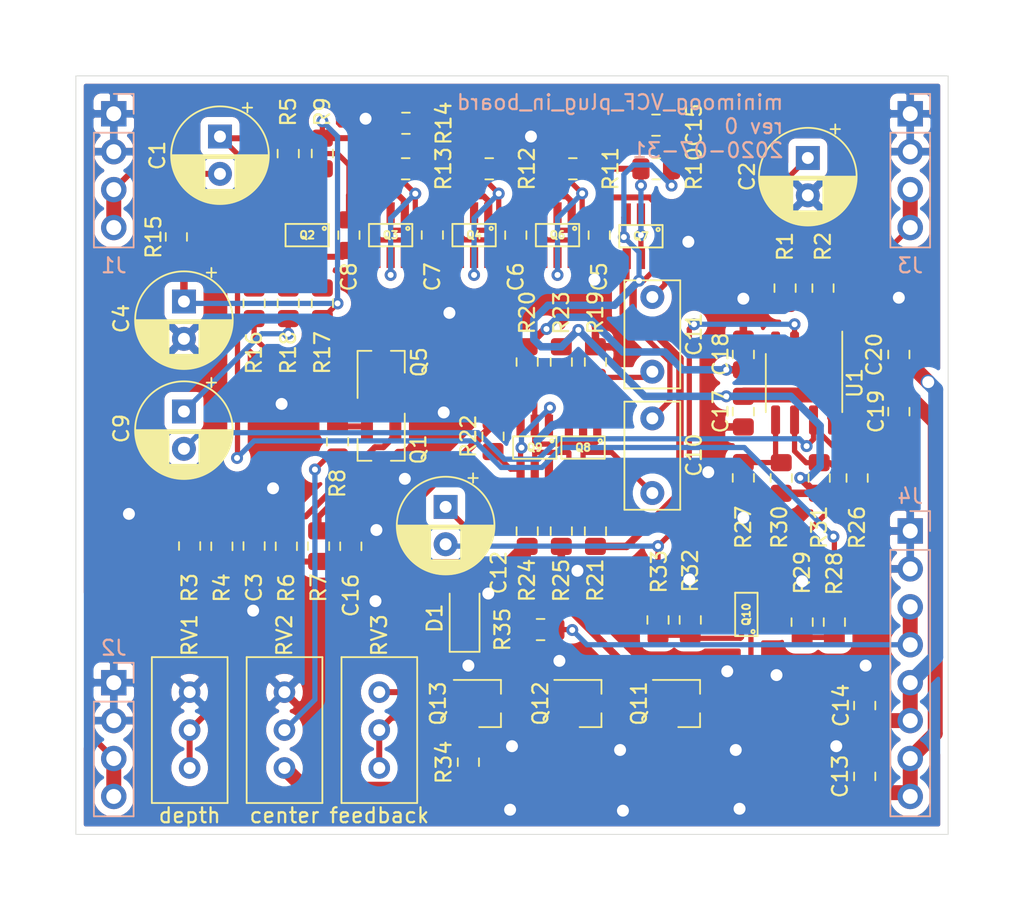
<source format=kicad_pcb>
(kicad_pcb (version 20171130) (host pcbnew 5.1.6-c6e7f7d~87~ubuntu18.04.1)
  (title_block (title "minimoog LPF plug-in board") (date 2020-07-27) (rev 0) (comment 1 creativecommons.org/licenses/by/4.0/) (comment 2 "License: CC by 4.0") (comment 3 "Author: Jordan Aceto"))
  (layers (0 F.Cu signal) (31 B.Cu signal) (34 B.Paste user) (35 F.Paste user) (36 B.SilkS user) (37 F.SilkS user) (38 B.Mask user) (39 F.Mask user) (44 Edge.Cuts user))
  (net 0 "")
  (net 1 GND)
  (net 2 +12V)
  (net 3 -12V)
  (net 4 /feedback_VCA/feedback_CV_in)
  (net 5 "Net-(C1-Pad2)")
  (net 6 /low_pass_core/Vfc_in)
  (net 7 "Net-(J3-Pad3)")
  (net 8 /dry_signal)
  (net 9 "Net-(C2-Pad1)")
  (net 10 "Net-(C3-Pad2)")
  (net 11 "Net-(C4-Pad1)")
  (net 12 "Net-(C11-Pad2)")
  (net 13 "Net-(C10-Pad2)")
  (net 14 "Net-(C6-Pad2)")
  (net 15 "Net-(C6-Pad1)")
  (net 16 "Net-(C7-Pad2)")
  (net 17 "Net-(C7-Pad1)")
  (net 18 "Net-(C8-Pad2)")
  (net 19 "Net-(C8-Pad1)")
  (net 20 /low_pass_core/feedback_signal_v_in)
  (net 21 "Net-(C9-Pad1)")
  (net 22 "Net-(C10-Pad1)")
  (net 23 "Net-(C11-Pad1)")
  (net 24 /low_pass_core/4_pole_v_out)
  (net 25 "Net-(C12-Pad1)")
  (net 26 "Net-(D1-Pad1)")
  (net 27 "Net-(Q1-Pad3)")
  (net 28 "Net-(Q1-Pad2)")
  (net 29 "Net-(Q2-Pad5)")
  (net 30 "Net-(Q2-Pad2)")
  (net 31 "Net-(Q3-Pad2)")
  (net 32 "Net-(Q4-Pad2)")
  (net 33 "Net-(Q5-Pad3)")
  (net 34 "Net-(Q8-Pad1)")
  (net 35 "Net-(Q8-Pad4)")
  (net 36 "Net-(Q10-Pad6)")
  (net 37 "Net-(Q10-Pad5)")
  (net 38 "Net-(Q10-Pad1)")
  (net 39 "Net-(Q10-Pad3)")
  (net 40 "Net-(Q10-Pad2)")
  (net 41 "Net-(Q11-Pad1)")
  (net 42 "Net-(Q13-Pad2)")
  (net 43 "Net-(R1-Pad2)")
  (net 44 "Net-(R4-Pad2)")
  (net 45 "Net-(R8-Pad2)")
  (net 46 "Net-(Q2-Pad1)")
  (net 47 "Net-(Q6-Pad2)")
  (net 48 "Net-(Q7-Pad2)")
  (net 49 "Net-(Q8-Pad3)")
  (net 50 "Net-(Q9-Pad1)")
  (module Package_TO_SOT_SMD:SOT-23_Handsoldering (layer F.Cu) (at 147.447 95.377 90)
    (fp_text reference Q5 (at 0 2.54 90) (layer F.SilkS))
    (fp_text value MMBT3904)
    (pad 3 smd rect (at 1.5 0 90) (size 1.9 0.8) (layers F.Cu F.Paste F.Mask) (net 33 "Net-(Q5-Pad3)"))
    (pad 2 smd rect (at -1.5 0.95 90) (size 1.9 0.8) (layers F.Cu F.Paste F.Mask) (net 1 GND))
    (pad 1 smd rect (at -1.5 -0.95 90) (size 1.9 0.8) (layers F.Cu F.Paste F.Mask) (net 28 "Net-(Q1-Pad2)"))
  )
  (module Package_TO_SOT_SMD:SOT-23_Handsoldering (layer F.Cu) (at 147.447 101.219 270)
    (fp_text reference Q1 (at 0 -2.5 90) (layer F.SilkS))
    (fp_text value MMBT3906)
    (pad 3 smd rect (at 1.5 0 270) (size 1.9 0.8) (layers F.Cu F.Paste F.Mask) (net 27 "Net-(Q1-Pad3)"))
    (pad 2 smd rect (at -1.5 0.95 270) (size 1.9 0.8) (layers F.Cu F.Paste F.Mask) (net 28 "Net-(Q1-Pad2)"))
    (pad 1 smd rect (at -1.5 -0.95 270) (size 1.9 0.8) (layers F.Cu F.Paste F.Mask) (net 10 "Net-(C3-Pad2)"))
  )
  (module Package_SO:SOIC-8_3.9x4.9mm_P1.27mm (layer F.Cu) (at 175.768 96.774 270)
    (fp_text reference U1 (at 0 -3.4 90) (layer F.SilkS))
    (fp_text value TL072)
    (pad 8 smd roundrect (at 2.475 -1.905 270) (size 1.95 0.6) (layers F.Cu F.Paste F.Mask) (net 2 +12V))
    (pad 7 smd roundrect (at 2.475 -0.635 270) (size 1.95 0.6) (layers F.Cu F.Paste F.Mask) (net 20 /low_pass_core/feedback_signal_v_in))
    (pad 6 smd roundrect (at 2.475 0.635 270) (size 1.95 0.6) (layers F.Cu F.Paste F.Mask) (net 39 "Net-(Q10-Pad3)"))
    (pad 5 smd roundrect (at 2.475 1.905 270) (size 1.95 0.6) (layers F.Cu F.Paste F.Mask) (net 36 "Net-(Q10-Pad6)"))
    (pad 4 smd roundrect (at -2.475 1.905 270) (size 1.95 0.6) (layers F.Cu F.Paste F.Mask) (net 3 -12V))
    (pad 3 smd roundrect (at -2.475 0.635 270) (size 1.95 0.6) (layers F.Cu F.Paste F.Mask) (net 24 /low_pass_core/4_pole_v_out))
    (pad 2 smd roundrect (at -2.475 -0.635 270) (size 1.95 0.6) (layers F.Cu F.Paste F.Mask) (net 43 "Net-(R1-Pad2)"))
    (pad 1 smd roundrect (at -2.475 -1.905 270) (size 1.95 0.6) (layers F.Cu F.Paste F.Mask) (net 7 "Net-(J3-Pad3)"))
  )
  (module Potentiometer_THT:Potentiometer_Bourns_3296W_Vertical (layer F.Cu) (at 147.32 117.475 90)
    (fp_text reference RV3 (at 3.81 0 270) (layer F.SilkS))
    (fp_text value 50k)
    (pad 3 thru_hole circle (at -5.08 0 90) (size 1.44 1.44) (drill 0.8) (layers *.Cu *.Mask) (net 42 "Net-(Q13-Pad2)"))
    (pad 2 thru_hole circle (at -2.54 0 90) (size 1.44 1.44) (drill 0.8) (layers *.Cu *.Mask) (net 42 "Net-(Q13-Pad2)"))
    (pad 1 thru_hole circle (at 0 0 90) (size 1.44 1.44) (drill 0.8) (layers *.Cu *.Mask) (net 26 "Net-(D1-Pad1)"))
  )
  (module Potentiometer_THT:Potentiometer_Bourns_3296W_Vertical (layer F.Cu) (at 140.97 117.475 90)
    (fp_text reference RV2 (at 3.81 0 270) (layer F.SilkS))
    (fp_text value 10k)
    (pad 3 thru_hole circle (at -5.08 0 90) (size 1.44 1.44) (drill 0.8) (layers *.Cu *.Mask) (net 2 +12V))
    (pad 2 thru_hole circle (at -2.54 0 90) (size 1.44 1.44) (drill 0.8) (layers *.Cu *.Mask) (net 45 "Net-(R8-Pad2)"))
    (pad 1 thru_hole circle (at 0 0 90) (size 1.44 1.44) (drill 0.8) (layers *.Cu *.Mask) (net 1 GND))
  )
  (module Potentiometer_THT:Potentiometer_Bourns_3296W_Vertical (layer F.Cu) (at 134.62 117.475 90)
    (fp_text reference RV1 (at 3.81 0 270) (layer F.SilkS))
    (fp_text value 500)
    (pad 3 thru_hole circle (at -5.08 0 90) (size 1.44 1.44) (drill 0.8) (layers *.Cu *.Mask) (net 44 "Net-(R4-Pad2)"))
    (pad 2 thru_hole circle (at -2.54 0 90) (size 1.44 1.44) (drill 0.8) (layers *.Cu *.Mask) (net 44 "Net-(R4-Pad2)"))
    (pad 1 thru_hole circle (at 0 0 90) (size 1.44 1.44) (drill 0.8) (layers *.Cu *.Mask) (net 1 GND))
  )
  (module Resistor_SMD:R_0805_2012Metric_Pad1.15x1.40mm_HandSolder (layer F.Cu) (at 158.124 113.284 180)
    (fp_text reference R35 (at 2.549 0 90) (layer F.SilkS))
    (fp_text value 7k5)
    (pad 2 smd roundrect (at 1.025 0 180) (size 1.15 1.4) (layers F.Cu F.Paste F.Mask) (roundrect_rratio 0.217391) (net 26 "Net-(D1-Pad1)"))
    (pad 1 smd roundrect (at -1.025 0 180) (size 1.15 1.4) (layers F.Cu F.Paste F.Mask) (roundrect_rratio 0.217391) (net 4 /feedback_VCA/feedback_CV_in))
  )
  (module Resistor_SMD:R_0805_2012Metric_Pad1.15x1.40mm_HandSolder (layer F.Cu) (at 153.289 122.165 270)
    (fp_text reference R34 (at 0.009 1.651 90) (layer F.SilkS))
    (fp_text value 680k)
    (pad 2 smd roundrect (at 1.025 0 270) (size 1.15 1.4) (layers F.Cu F.Paste F.Mask) (roundrect_rratio 0.217391) (net 2 +12V))
    (pad 1 smd roundrect (at -1.025 0 270) (size 1.15 1.4) (layers F.Cu F.Paste F.Mask) (roundrect_rratio 0.217391) (net 42 "Net-(Q13-Pad2)"))
  )
  (module Resistor_SMD:R_0805_2012Metric_Pad1.15x1.40mm_HandSolder (layer F.Cu) (at 165.989 112.64 270)
    (fp_text reference R33 (at -3.2295 -0.0635 270) (layer F.SilkS))
    (fp_text value 33k)
    (pad 2 smd roundrect (at 1.025 0 270) (size 1.15 1.4) (layers F.Cu F.Paste F.Mask) (roundrect_rratio 0.217391) (net 37 "Net-(Q10-Pad5)"))
    (pad 1 smd roundrect (at -1.025 0 270) (size 1.15 1.4) (layers F.Cu F.Paste F.Mask) (roundrect_rratio 0.217391) (net 24 /low_pass_core/4_pole_v_out))
  )
  (module Resistor_SMD:R_0805_2012Metric_Pad1.15x1.40mm_HandSolder (layer F.Cu) (at 168.148 112.64 270)
    (fp_text reference R32 (at -3.293 0 270) (layer F.SilkS))
    (fp_text value 220)
    (pad 2 smd roundrect (at 1.025 0 270) (size 1.15 1.4) (layers F.Cu F.Paste F.Mask) (roundrect_rratio 0.217391) (net 37 "Net-(Q10-Pad5)"))
    (pad 1 smd roundrect (at -1.025 0 270) (size 1.15 1.4) (layers F.Cu F.Paste F.Mask) (roundrect_rratio 0.217391) (net 1 GND))
  )
  (module Resistor_SMD:R_0805_2012Metric_Pad1.15x1.40mm_HandSolder (layer F.Cu) (at 176.784 103.133 270)
    (fp_text reference R31 (at 3.302 0 90) (layer F.SilkS))
    (fp_text value 47k)
    (pad 2 smd roundrect (at 1.025 0 270) (size 1.15 1.4) (layers F.Cu F.Paste F.Mask) (roundrect_rratio 0.217391) (net 2 +12V))
    (pad 1 smd roundrect (at -1.025 0 270) (size 1.15 1.4) (layers F.Cu F.Paste F.Mask) (roundrect_rratio 0.217391) (net 39 "Net-(Q10-Pad3)"))
  )
  (module Resistor_SMD:R_0805_2012Metric_Pad1.15x1.40mm_HandSolder (layer F.Cu) (at 174.244 103.133 270)
    (fp_text reference R30 (at 3.293 0.127 90) (layer F.SilkS))
    (fp_text value 47k)
    (pad 2 smd roundrect (at 1.025 0 270) (size 1.15 1.4) (layers F.Cu F.Paste F.Mask) (roundrect_rratio 0.217391) (net 2 +12V))
    (pad 1 smd roundrect (at -1.025 0 270) (size 1.15 1.4) (layers F.Cu F.Paste F.Mask) (roundrect_rratio 0.217391) (net 36 "Net-(Q10-Pad6)"))
  )
  (module Resistor_SMD:R_0805_2012Metric_Pad1.15x1.40mm_HandSolder (layer F.Cu) (at 175.641 112.785 270)
    (fp_text reference R29 (at -3.311 0 270) (layer F.SilkS))
    (fp_text value 220)
    (pad 2 smd roundrect (at 1.025 0 270) (size 1.15 1.4) (layers F.Cu F.Paste F.Mask) (roundrect_rratio 0.217391) (net 40 "Net-(Q10-Pad2)"))
    (pad 1 smd roundrect (at -1.025 0 270) (size 1.15 1.4) (layers F.Cu F.Paste F.Mask) (roundrect_rratio 0.217391) (net 1 GND))
  )
  (module Resistor_SMD:R_0805_2012Metric_Pad1.15x1.40mm_HandSolder (layer F.Cu) (at 177.8 112.785 90)
    (fp_text reference R28 (at 3.2475 0 270) (layer F.SilkS))
    (fp_text value 220k)
    (pad 2 smd roundrect (at 1.025 0 90) (size 1.15 1.4) (layers F.Cu F.Paste F.Mask) (roundrect_rratio 0.217391) (net 8 /dry_signal))
    (pad 1 smd roundrect (at -1.025 0 90) (size 1.15 1.4) (layers F.Cu F.Paste F.Mask) (roundrect_rratio 0.217391) (net 40 "Net-(Q10-Pad2)"))
  )
  (module Resistor_SMD:R_0805_2012Metric_Pad1.15x1.40mm_HandSolder (layer F.Cu) (at 171.704 103.124 90)
    (fp_text reference R27 (at -3.311 0 90) (layer F.SilkS))
    (fp_text value 220k)
    (pad 2 smd roundrect (at 1.025 0 90) (size 1.15 1.4) (layers F.Cu F.Paste F.Mask) (roundrect_rratio 0.217391) (net 36 "Net-(Q10-Pad6)"))
    (pad 1 smd roundrect (at -1.025 0 90) (size 1.15 1.4) (layers F.Cu F.Paste F.Mask) (roundrect_rratio 0.217391) (net 1 GND))
  )
  (module Resistor_SMD:R_0805_2012Metric_Pad1.15x1.40mm_HandSolder (layer F.Cu) (at 179.324 103.133 90)
    (fp_text reference R26 (at -3.311 0 90) (layer F.SilkS))
    (fp_text value 220k)
    (pad 2 smd roundrect (at 1.025 0 90) (size 1.15 1.4) (layers F.Cu F.Paste F.Mask) (roundrect_rratio 0.217391) (net 20 /low_pass_core/feedback_signal_v_in))
    (pad 1 smd roundrect (at -1.025 0 90) (size 1.15 1.4) (layers F.Cu F.Paste F.Mask) (roundrect_rratio 0.217391) (net 39 "Net-(Q10-Pad3)"))
  )
  (module Resistor_SMD:R_0805_2012Metric_Pad1.15x1.40mm_HandSolder (layer F.Cu) (at 159.512 106.689 270)
    (fp_text reference R25 (at 3.311 0 90) (layer F.SilkS))
    (fp_text value 47k)
    (pad 2 smd roundrect (at 1.025 0 270) (size 1.15 1.4) (layers F.Cu F.Paste F.Mask) (roundrect_rratio 0.217391) (net 1 GND))
    (pad 1 smd roundrect (at -1.025 0 270) (size 1.15 1.4) (layers F.Cu F.Paste F.Mask) (roundrect_rratio 0.217391) (net 22 "Net-(C10-Pad1)"))
  )
  (module Resistor_SMD:R_0805_2012Metric_Pad1.15x1.40mm_HandSolder (layer F.Cu) (at 157.226 106.689 270)
    (fp_text reference R24 (at 3.302 0 90) (layer F.SilkS))
    (fp_text value 220k)
    (pad 2 smd roundrect (at 1.025 0 270) (size 1.15 1.4) (layers F.Cu F.Paste F.Mask) (roundrect_rratio 0.217391) (net 3 -12V))
    (pad 1 smd roundrect (at -1.025 0 270) (size 1.15 1.4) (layers F.Cu F.Paste F.Mask) (roundrect_rratio 0.217391) (net 35 "Net-(Q8-Pad4)"))
  )
  (module Resistor_SMD:R_0805_2012Metric_Pad1.15x1.40mm_HandSolder (layer F.Cu) (at 159.512 95.368 270)
    (fp_text reference R23 (at -3.293 0 90) (layer F.SilkS))
    (fp_text value 1k2)
    (pad 2 smd roundrect (at 1.025 0 270) (size 1.15 1.4) (layers F.Cu F.Paste F.Mask) (roundrect_rratio 0.217391) (net 49 "Net-(Q8-Pad3)"))
    (pad 1 smd roundrect (at -1.025 0 270) (size 1.15 1.4) (layers F.Cu F.Paste F.Mask) (roundrect_rratio 0.217391) (net 2 +12V))
  )
  (module Resistor_SMD:R_0805_2012Metric_Pad1.15x1.40mm_HandSolder (layer F.Cu) (at 154.94 100.339 90)
    (fp_text reference R22 (at 0 -1.65 90) (layer F.SilkS))
    (fp_text value 1k)
    (pad 2 smd roundrect (at 1.025 0 90) (size 1.15 1.4) (layers F.Cu F.Paste F.Mask) (roundrect_rratio 0.217391) (net 3 -12V))
    (pad 1 smd roundrect (at -1.025 0 90) (size 1.15 1.4) (layers F.Cu F.Paste F.Mask) (roundrect_rratio 0.217391) (net 50 "Net-(Q9-Pad1)"))
  )
  (module Resistor_SMD:R_0805_2012Metric_Pad1.15x1.40mm_HandSolder (layer F.Cu) (at 161.798 106.689 90)
    (fp_text reference R21 (at -3.293 0 90) (layer F.SilkS))
    (fp_text value 1k2)
    (pad 2 smd roundrect (at 1.025 0 90) (size 1.15 1.4) (layers F.Cu F.Paste F.Mask) (roundrect_rratio 0.217391) (net 25 "Net-(C12-Pad1)"))
    (pad 1 smd roundrect (at -1.025 0 90) (size 1.15 1.4) (layers F.Cu F.Paste F.Mask) (roundrect_rratio 0.217391) (net 2 +12V))
  )
  (module Resistor_SMD:R_0805_2012Metric_Pad1.15x1.40mm_HandSolder (layer F.Cu) (at 157.226 95.368 90)
    (fp_text reference R20 (at 3.311 0 90) (layer F.SilkS))
    (fp_text value 220k)
    (pad 2 smd roundrect (at 1.025 0 90) (size 1.15 1.4) (layers F.Cu F.Paste F.Mask) (roundrect_rratio 0.217391) (net 3 -12V))
    (pad 1 smd roundrect (at -1.025 0 90) (size 1.15 1.4) (layers F.Cu F.Paste F.Mask) (roundrect_rratio 0.217391) (net 34 "Net-(Q8-Pad1)"))
  )
  (module Resistor_SMD:R_0805_2012Metric_Pad1.15x1.40mm_HandSolder (layer F.Cu) (at 161.798 95.368 90)
    (fp_text reference R19 (at 3.311 0 90) (layer F.SilkS))
    (fp_text value 47k)
    (pad 2 smd roundrect (at 1.025 0 90) (size 1.15 1.4) (layers F.Cu F.Paste F.Mask) (roundrect_rratio 0.217391) (net 1 GND))
    (pad 1 smd roundrect (at -1.025 0 90) (size 1.15 1.4) (layers F.Cu F.Paste F.Mask) (roundrect_rratio 0.217391) (net 23 "Net-(C11-Pad1)"))
  )
  (module Resistor_SMD:R_0805_2012Metric_Pad1.15x1.40mm_HandSolder (layer F.Cu) (at 141.224 91.431 90)
    (fp_text reference R18 (at -3.311 0 90) (layer F.SilkS))
    (fp_text value 10k)
    (pad 2 smd roundrect (at 1.025 0 90) (size 1.15 1.4) (layers F.Cu F.Paste F.Mask) (roundrect_rratio 0.217391) (net 29 "Net-(Q2-Pad5)"))
    (pad 1 smd roundrect (at -1.025 0 90) (size 1.15 1.4) (layers F.Cu F.Paste F.Mask) (roundrect_rratio 0.217391) (net 21 "Net-(C9-Pad1)"))
  )
  (module Resistor_SMD:R_0805_2012Metric_Pad1.15x1.40mm_HandSolder (layer F.Cu) (at 143.51 91.431 90)
    (fp_text reference R17 (at -3.311 0 90) (layer F.SilkS))
    (fp_text value 470)
    (pad 2 smd roundrect (at 1.025 0 90) (size 1.15 1.4) (layers F.Cu F.Paste F.Mask) (roundrect_rratio 0.217391) (net 29 "Net-(Q2-Pad5)"))
    (pad 1 smd roundrect (at -1.025 0 90) (size 1.15 1.4) (layers F.Cu F.Paste F.Mask) (roundrect_rratio 0.217391) (net 11 "Net-(C4-Pad1)"))
  )
  (module Resistor_SMD:R_0805_2012Metric_Pad1.15x1.40mm_HandSolder (layer F.Cu) (at 138.938 91.431 270)
    (fp_text reference R16 (at 3.311 0 90) (layer F.SilkS))
    (fp_text value 680)
    (pad 2 smd roundrect (at 1.025 0 270) (size 1.15 1.4) (layers F.Cu F.Paste F.Mask) (roundrect_rratio 0.217391) (net 33 "Net-(Q5-Pad3)"))
    (pad 1 smd roundrect (at -1.025 0 270) (size 1.15 1.4) (layers F.Cu F.Paste F.Mask) (roundrect_rratio 0.217391) (net 46 "Net-(Q2-Pad1)"))
  )
  (module Resistor_SMD:R_0805_2012Metric_Pad1.15x1.40mm_HandSolder (layer F.Cu) (at 133.731 86.986 90)
    (fp_text reference R15 (at -0.009 -1.524 90) (layer F.SilkS))
    (fp_text value 220)
    (pad 2 smd roundrect (at 1.025 0 90) (size 1.15 1.4) (layers F.Cu F.Paste F.Mask) (roundrect_rratio 0.217391) (net 1 GND))
    (pad 1 smd roundrect (at -1.025 0 90) (size 1.15 1.4) (layers F.Cu F.Paste F.Mask) (roundrect_rratio 0.217391) (net 11 "Net-(C4-Pad1)"))
  )
  (module Resistor_SMD:R_0805_2012Metric_Pad1.15x1.40mm_HandSolder (layer F.Cu) (at 149.107 79.375 180)
    (fp_text reference R14 (at -2.531 0 270) (layer F.SilkS))
    (fp_text value 150)
    (pad 1 smd roundrect (at -1.025 0 180) (size 1.15 1.4) (layers F.Cu F.Paste F.Mask) (roundrect_rratio 0.217391) (net 31 "Net-(Q3-Pad2)"))
    (pad 2 smd roundrect (at 1.025 0 180) (size 1.15 1.4) (layers F.Cu F.Paste F.Mask) (roundrect_rratio 0.217391) (net 11 "Net-(C4-Pad1)"))
  )
  (module Resistor_SMD:R_0805_2012Metric_Pad1.15x1.40mm_HandSolder (layer F.Cu) (at 149.089 82.423 180)
    (fp_text reference R13 (at -2.531 0 90) (layer F.SilkS))
    (fp_text value 150)
    (pad 1 smd roundrect (at -1.025 0 180) (size 1.15 1.4) (layers F.Cu F.Paste F.Mask) (roundrect_rratio 0.217391) (net 32 "Net-(Q4-Pad2)"))
    (pad 2 smd roundrect (at 1.025 0 180) (size 1.15 1.4) (layers F.Cu F.Paste F.Mask) (roundrect_rratio 0.217391) (net 31 "Net-(Q3-Pad2)"))
  )
  (module Resistor_SMD:R_0805_2012Metric_Pad1.15x1.40mm_HandSolder (layer F.Cu) (at 154.686 82.423 180)
    (fp_text reference R12 (at -2.531 0 90) (layer F.SilkS))
    (fp_text value 150)
    (pad 1 smd roundrect (at -1.025 0 180) (size 1.15 1.4) (layers F.Cu F.Paste F.Mask) (roundrect_rratio 0.217391) (net 47 "Net-(Q6-Pad2)"))
    (pad 2 smd roundrect (at 1.025 0 180) (size 1.15 1.4) (layers F.Cu F.Paste F.Mask) (roundrect_rratio 0.217391) (net 32 "Net-(Q4-Pad2)"))
  )
  (module Resistor_SMD:R_0805_2012Metric_Pad1.15x1.40mm_HandSolder (layer F.Cu) (at 160.283 82.423 180)
    (fp_text reference R11 (at -2.531 0 270) (layer F.SilkS))
    (fp_text value 150)
    (pad 1 smd roundrect (at -1.025 0 180) (size 1.15 1.4) (layers F.Cu F.Paste F.Mask) (roundrect_rratio 0.217391) (net 48 "Net-(Q7-Pad2)"))
    (pad 2 smd roundrect (at 1.025 0 180) (size 1.15 1.4) (layers F.Cu F.Paste F.Mask) (roundrect_rratio 0.217391) (net 47 "Net-(Q6-Pad2)"))
  )
  (module Resistor_SMD:R_0805_2012Metric_Pad1.15x1.40mm_HandSolder (layer F.Cu) (at 165.871 82.423 180)
    (fp_text reference R10 (at -2.531 0 270) (layer F.SilkS))
    (fp_text value 220)
    (pad 1 smd roundrect (at -1.025 0 180) (size 1.15 1.4) (layers F.Cu F.Paste F.Mask) (roundrect_rratio 0.217391) (net 2 +12V))
    (pad 2 smd roundrect (at 1.025 0 180) (size 1.15 1.4) (layers F.Cu F.Paste F.Mask) (roundrect_rratio 0.217391) (net 48 "Net-(Q7-Pad2)"))
  )
  (module Resistor_SMD:R_0805_2012Metric_Pad1.15x1.40mm_HandSolder (layer F.Cu) (at 143.51 81.398 270)
    (fp_text reference R9 (at -2.785 0 90) (layer F.SilkS))
    (fp_text value 220)
    (pad 1 smd roundrect (at -1.025 0 270) (size 1.15 1.4) (layers F.Cu F.Paste F.Mask) (roundrect_rratio 0.217391) (net 11 "Net-(C4-Pad1)"))
    (pad 2 smd roundrect (at 1.025 0 270) (size 1.15 1.4) (layers F.Cu F.Paste F.Mask) (roundrect_rratio 0.217391) (net 30 "Net-(Q2-Pad2)"))
  )
  (module Resistor_SMD:R_0805_2012Metric_Pad1.15x1.40mm_HandSolder (layer F.Cu) (at 144.526 100.702 270)
    (fp_text reference R8 (at 2.794 0 90) (layer F.SilkS))
    (fp_text value 100k)
    (pad 2 smd roundrect (at 1.025 0 270) (size 1.15 1.4) (layers F.Cu F.Paste F.Mask) (roundrect_rratio 0.217391) (net 45 "Net-(R8-Pad2)"))
    (pad 1 smd roundrect (at -1.025 0 270) (size 1.15 1.4) (layers F.Cu F.Paste F.Mask) (roundrect_rratio 0.217391) (net 28 "Net-(Q1-Pad2)"))
  )
  (module Resistor_SMD:R_0805_2012Metric_Pad1.15x1.40mm_HandSolder (layer F.Cu) (at 143.256 107.696 270)
    (fp_text reference R7 (at 2.794 0 90) (layer F.SilkS))
    (fp_text value 330)
    (pad 2 smd roundrect (at 1.025 0 270) (size 1.15 1.4) (layers F.Cu F.Paste F.Mask) (roundrect_rratio 0.217391) (net 3 -12V))
    (pad 1 smd roundrect (at -1.025 0 270) (size 1.15 1.4) (layers F.Cu F.Paste F.Mask) (roundrect_rratio 0.217391) (net 27 "Net-(Q1-Pad3)"))
  )
  (module Resistor_SMD:R_0805_2012Metric_Pad1.15x1.40mm_HandSolder (layer F.Cu) (at 141.097 107.705 270)
    (fp_text reference R6 (at 2.785 0 90) (layer F.SilkS))
    (fp_text value 220k)
    (pad 2 smd roundrect (at 1.025 0 270) (size 1.15 1.4) (layers F.Cu F.Paste F.Mask) (roundrect_rratio 0.217391) (net 3 -12V))
    (pad 1 smd roundrect (at -1.025 0 270) (size 1.15 1.4) (layers F.Cu F.Paste F.Mask) (roundrect_rratio 0.217391) (net 10 "Net-(C3-Pad2)"))
  )
  (module Resistor_SMD:R_0805_2012Metric_Pad1.15x1.40mm_HandSolder (layer F.Cu) (at 141.224 81.407 90)
    (fp_text reference R5 (at 2.794 0 90) (layer F.SilkS))
    (fp_text value 100k)
    (pad 1 smd roundrect (at -1.025 0 90) (size 1.15 1.4) (layers F.Cu F.Paste F.Mask) (roundrect_rratio 0.217391) (net 30 "Net-(Q2-Pad2)"))
    (pad 2 smd roundrect (at 1.025 0 90) (size 1.15 1.4) (layers F.Cu F.Paste F.Mask) (roundrect_rratio 0.217391) (net 8 /dry_signal))
  )
  (module Resistor_SMD:R_0805_2012Metric_Pad1.15x1.40mm_HandSolder (layer F.Cu) (at 136.779 107.705 270)
    (fp_text reference R4 (at 2.785 0 90) (layer F.SilkS))
    (fp_text value 1k8)
    (pad 2 smd roundrect (at 1.025 0 270) (size 1.15 1.4) (layers F.Cu F.Paste F.Mask) (roundrect_rratio 0.217391) (net 44 "Net-(R4-Pad2)"))
    (pad 1 smd roundrect (at -1.025 0 270) (size 1.15 1.4) (layers F.Cu F.Paste F.Mask) (roundrect_rratio 0.217391) (net 10 "Net-(C3-Pad2)"))
  )
  (module Resistor_SMD:R_0805_2012Metric_Pad1.15x1.40mm_HandSolder (layer F.Cu) (at 134.62 107.687 270)
    (fp_text reference R3 (at 2.794 0 90) (layer F.SilkS))
    (fp_text value 20k)
    (pad 2 smd roundrect (at 1.025 0 270) (size 1.15 1.4) (layers F.Cu F.Paste F.Mask) (roundrect_rratio 0.217391) (net 6 /low_pass_core/Vfc_in))
    (pad 1 smd roundrect (at -1.025 0 270) (size 1.15 1.4) (layers F.Cu F.Paste F.Mask) (roundrect_rratio 0.217391) (net 10 "Net-(C3-Pad2)"))
  )
  (module Resistor_SMD:R_0805_2012Metric_Pad1.15x1.40mm_HandSolder (layer F.Cu) (at 177.038 90.415 270)
    (fp_text reference R2 (at -2.785 0 90) (layer F.SilkS))
    (fp_text value 100k)
    (pad 2 smd roundrect (at 1.025 0 270) (size 1.15 1.4) (layers F.Cu F.Paste F.Mask) (roundrect_rratio 0.217391) (net 43 "Net-(R1-Pad2)"))
    (pad 1 smd roundrect (at -1.025 0 270) (size 1.15 1.4) (layers F.Cu F.Paste F.Mask) (roundrect_rratio 0.217391) (net 7 "Net-(J3-Pad3)"))
  )
  (module Resistor_SMD:R_0805_2012Metric_Pad1.15x1.40mm_HandSolder (layer F.Cu) (at 174.498 90.415 270)
    (fp_text reference R1 (at -2.785 0 90) (layer F.SilkS))
    (fp_text value 20k)
    (pad 2 smd roundrect (at 1.025 0 270) (size 1.15 1.4) (layers F.Cu F.Paste F.Mask) (roundrect_rratio 0.217391) (net 43 "Net-(R1-Pad2)"))
    (pad 1 smd roundrect (at -1.025 0 270) (size 1.15 1.4) (layers F.Cu F.Paste F.Mask) (roundrect_rratio 0.217391) (net 9 "Net-(C2-Pad1)"))
  )
  (module Package_TO_SOT_SMD:SOT-23_Handsoldering (layer F.Cu) (at 154.71 118.237)
    (fp_text reference Q13 (at -3.453 0 90) (layer F.SilkS))
    (fp_text value MMBT3906)
    (pad 3 smd rect (at 1.5 0) (size 1.9 0.8) (layers F.Cu F.Paste F.Mask) (net 41 "Net-(Q11-Pad1)"))
    (pad 2 smd rect (at -1.5 0.95) (size 1.9 0.8) (layers F.Cu F.Paste F.Mask) (net 42 "Net-(Q13-Pad2)"))
    (pad 1 smd rect (at -1.5 -0.95) (size 1.9 0.8) (layers F.Cu F.Paste F.Mask) (net 1 GND))
  )
  (module Package_TO_SOT_SMD:SOT-23_Handsoldering (layer F.Cu) (at 161.441 118.237)
    (fp_text reference Q12 (at -3.326 0 90) (layer F.SilkS))
    (fp_text value MMBT3904)
    (pad 3 smd rect (at 1.5 0) (size 1.9 0.8) (layers F.Cu F.Paste F.Mask) (net 41 "Net-(Q11-Pad1)"))
    (pad 2 smd rect (at -1.5 0.95) (size 1.9 0.8) (layers F.Cu F.Paste F.Mask) (net 3 -12V))
    (pad 1 smd rect (at -1.5 -0.95) (size 1.9 0.8) (layers F.Cu F.Paste F.Mask) (net 41 "Net-(Q11-Pad1)"))
  )
  (module Package_TO_SOT_SMD:SOT-23_Handsoldering (layer F.Cu) (at 168.045 118.237)
    (fp_text reference Q11 (at -3.326 0 90) (layer F.SilkS))
    (fp_text value MMBT3904)
    (pad 3 smd rect (at 1.5 0) (size 1.9 0.8) (layers F.Cu F.Paste F.Mask) (net 38 "Net-(Q10-Pad1)"))
    (pad 2 smd rect (at -1.5 0.95) (size 1.9 0.8) (layers F.Cu F.Paste F.Mask) (net 3 -12V))
    (pad 1 smd rect (at -1.5 -0.95) (size 1.9 0.8) (layers F.Cu F.Paste F.Mask) (net 41 "Net-(Q11-Pad1)"))
  )
  (module lpf_footprints:SOT457 (layer F.Cu) (at 171.905 112.268 90)
    (fp_text reference Q10 (at 0 0 90) (layer F.SilkS) (effects (font (size 0.508 0.508) (thickness 0.127))))
    (fp_text value BCM847 hide)
    (pad 6 smd rect (at -0.95 -1.45 90) (size 0.55 1.5) (layers F.Cu F.Paste F.Mask) (net 36 "Net-(Q10-Pad6)"))
    (pad 5 smd rect (at 0 -1.45 90) (size 0.55 1.5) (layers F.Cu F.Paste F.Mask) (net 37 "Net-(Q10-Pad5)"))
    (pad 4 smd rect (at 0.95 -1.45 90) (size 0.55 1.5) (layers F.Cu F.Paste F.Mask) (net 38 "Net-(Q10-Pad1)"))
    (pad 3 smd rect (at 0.95 1.45 90) (size 0.55 1.5) (layers F.Cu F.Paste F.Mask) (net 39 "Net-(Q10-Pad3)"))
    (pad 2 smd rect (at 0 1.45 90) (size 0.55 1.5) (layers F.Cu F.Paste F.Mask) (net 40 "Net-(Q10-Pad2)"))
    (pad 1 smd rect (at -0.95 1.45 90) (size 0.55 1.5) (layers F.Cu F.Paste F.Mask) (net 38 "Net-(Q10-Pad1)"))
  )
  (module lpf_footprints:SOT457 (layer F.Cu) (at 157.734 101.092 180)
    (fp_text reference Q9 (at 0 0) (layer F.SilkS) (effects (font (size 0.508 0.508) (thickness 0.127))))
    (fp_text value BCM847 hide)
    (pad 6 smd rect (at -0.95 -1.45 180) (size 0.55 1.5) (layers F.Cu F.Paste F.Mask) (net 25 "Net-(C12-Pad1)"))
    (pad 5 smd rect (at 0 -1.45 180) (size 0.55 1.5) (layers F.Cu F.Paste F.Mask) (net 35 "Net-(Q8-Pad4)"))
    (pad 4 smd rect (at 0.95 -1.45 180) (size 0.55 1.5) (layers F.Cu F.Paste F.Mask) (net 50 "Net-(Q9-Pad1)"))
    (pad 3 smd rect (at 0.95 1.45 180) (size 0.55 1.5) (layers F.Cu F.Paste F.Mask) (net 49 "Net-(Q8-Pad3)"))
    (pad 2 smd rect (at 0 1.45 180) (size 0.55 1.5) (layers F.Cu F.Paste F.Mask) (net 34 "Net-(Q8-Pad1)"))
    (pad 1 smd rect (at -0.95 1.45 180) (size 0.55 1.5) (layers F.Cu F.Paste F.Mask) (net 50 "Net-(Q9-Pad1)"))
  )
  (module lpf_footprints:SOT457 (layer F.Cu) (at 160.97 101.092 180)
    (fp_text reference Q8 (at 0 0) (layer F.SilkS) (effects (font (size 0.508 0.508) (thickness 0.127))))
    (fp_text value BCM847 hide)
    (pad 6 smd rect (at -0.95 -1.45 180) (size 0.55 1.5) (layers F.Cu F.Paste F.Mask) (net 25 "Net-(C12-Pad1)"))
    (pad 5 smd rect (at 0 -1.45 180) (size 0.55 1.5) (layers F.Cu F.Paste F.Mask) (net 22 "Net-(C10-Pad1)"))
    (pad 4 smd rect (at 0.95 -1.45 180) (size 0.55 1.5) (layers F.Cu F.Paste F.Mask) (net 35 "Net-(Q8-Pad4)"))
    (pad 3 smd rect (at 0.95 1.45 180) (size 0.55 1.5) (layers F.Cu F.Paste F.Mask) (net 49 "Net-(Q8-Pad3)"))
    (pad 2 smd rect (at 0 1.45 180) (size 0.55 1.5) (layers F.Cu F.Paste F.Mask) (net 23 "Net-(C11-Pad1)"))
    (pad 1 smd rect (at -0.95 1.45 180) (size 0.55 1.5) (layers F.Cu F.Paste F.Mask) (net 34 "Net-(Q8-Pad1)"))
  )
  (module lpf_footprints:SOT457 (layer F.Cu) (at 164.846 86.942 180)
    (fp_text reference Q7 (at 0 0) (layer F.SilkS) (effects (font (size 0.508 0.508) (thickness 0.127))))
    (fp_text value BCM847 hide)
    (pad 6 smd rect (at -0.95 -1.45 180) (size 0.55 1.5) (layers F.Cu F.Paste F.Mask) (net 2 +12V))
    (pad 5 smd rect (at 0 -1.45 180) (size 0.55 1.5) (layers F.Cu F.Paste F.Mask) (net 48 "Net-(Q7-Pad2)"))
    (pad 4 smd rect (at 0.95 -1.45 180) (size 0.55 1.5) (layers F.Cu F.Paste F.Mask) (net 13 "Net-(C10-Pad2)"))
    (pad 3 smd rect (at 0.95 1.45 180) (size 0.55 1.5) (layers F.Cu F.Paste F.Mask) (net 2 +12V))
    (pad 2 smd rect (at 0 1.45 180) (size 0.55 1.5) (layers F.Cu F.Paste F.Mask) (net 48 "Net-(Q7-Pad2)"))
    (pad 1 smd rect (at -0.95 1.45 180) (size 0.55 1.5) (layers F.Cu F.Paste F.Mask) (net 12 "Net-(C11-Pad2)"))
  )
  (module lpf_footprints:SOT457 (layer F.Cu) (at 159.258 86.868 180)
    (fp_text reference Q6 (at 0 0) (layer F.SilkS) (effects (font (size 0.508 0.508) (thickness 0.127))))
    (fp_text value BCM847 hide)
    (pad 6 smd rect (at -0.95 -1.45 180) (size 0.55 1.5) (layers F.Cu F.Paste F.Mask) (net 13 "Net-(C10-Pad2)"))
    (pad 5 smd rect (at 0 -1.45 180) (size 0.55 1.5) (layers F.Cu F.Paste F.Mask) (net 47 "Net-(Q6-Pad2)"))
    (pad 4 smd rect (at 0.95 -1.45 180) (size 0.55 1.5) (layers F.Cu F.Paste F.Mask) (net 14 "Net-(C6-Pad2)"))
    (pad 3 smd rect (at 0.95 1.45 180) (size 0.55 1.5) (layers F.Cu F.Paste F.Mask) (net 12 "Net-(C11-Pad2)"))
    (pad 2 smd rect (at 0 1.45 180) (size 0.55 1.5) (layers F.Cu F.Paste F.Mask) (net 47 "Net-(Q6-Pad2)"))
    (pad 1 smd rect (at -0.95 1.45 180) (size 0.55 1.5) (layers F.Cu F.Paste F.Mask) (net 15 "Net-(C6-Pad1)"))
  )
  (module lpf_footprints:SOT457 (layer F.Cu) (at 153.67 86.868 180)
    (fp_text reference Q4 (at 0 0) (layer F.SilkS) (effects (font (size 0.508 0.508) (thickness 0.127))))
    (fp_text value BCM847 hide)
    (pad 6 smd rect (at -0.95 -1.45 180) (size 0.55 1.5) (layers F.Cu F.Paste F.Mask) (net 14 "Net-(C6-Pad2)"))
    (pad 5 smd rect (at 0 -1.45 180) (size 0.55 1.5) (layers F.Cu F.Paste F.Mask) (net 32 "Net-(Q4-Pad2)"))
    (pad 4 smd rect (at 0.95 -1.45 180) (size 0.55 1.5) (layers F.Cu F.Paste F.Mask) (net 17 "Net-(C7-Pad1)"))
    (pad 3 smd rect (at 0.95 1.45 180) (size 0.55 1.5) (layers F.Cu F.Paste F.Mask) (net 15 "Net-(C6-Pad1)"))
    (pad 2 smd rect (at 0 1.45 180) (size 0.55 1.5) (layers F.Cu F.Paste F.Mask) (net 32 "Net-(Q4-Pad2)"))
    (pad 1 smd rect (at -0.95 1.45 180) (size 0.55 1.5) (layers F.Cu F.Paste F.Mask) (net 16 "Net-(C7-Pad2)"))
  )
  (module lpf_footprints:SOT457 (layer F.Cu) (at 148.082 86.868 180)
    (fp_text reference Q3 (at 0 0) (layer F.SilkS) (effects (font (size 0.508 0.508) (thickness 0.127))))
    (fp_text value BCM847 hide)
    (pad 6 smd rect (at -0.95 -1.45 180) (size 0.55 1.5) (layers F.Cu F.Paste F.Mask) (net 17 "Net-(C7-Pad1)"))
    (pad 5 smd rect (at 0 -1.45 180) (size 0.55 1.5) (layers F.Cu F.Paste F.Mask) (net 31 "Net-(Q3-Pad2)"))
    (pad 4 smd rect (at 0.95 -1.45 180) (size 0.55 1.5) (layers F.Cu F.Paste F.Mask) (net 18 "Net-(C8-Pad2)"))
    (pad 3 smd rect (at 0.95 1.45 180) (size 0.55 1.5) (layers F.Cu F.Paste F.Mask) (net 16 "Net-(C7-Pad2)"))
    (pad 2 smd rect (at 0 1.45 180) (size 0.55 1.5) (layers F.Cu F.Paste F.Mask) (net 31 "Net-(Q3-Pad2)"))
    (pad 1 smd rect (at -0.95 1.45 180) (size 0.55 1.5) (layers F.Cu F.Paste F.Mask) (net 19 "Net-(C8-Pad1)"))
  )
  (module lpf_footprints:SOT457 (layer F.Cu) (at 142.494 86.868 180)
    (fp_text reference Q2 (at 0 0) (layer F.SilkS) (effects (font (size 0.508 0.508) (thickness 0.127))))
    (fp_text value BCM847 hide)
    (pad 6 smd rect (at -0.95 -1.45 180) (size 0.55 1.5) (layers F.Cu F.Paste F.Mask) (net 18 "Net-(C8-Pad2)"))
    (pad 5 smd rect (at 0 -1.45 180) (size 0.55 1.5) (layers F.Cu F.Paste F.Mask) (net 29 "Net-(Q2-Pad5)"))
    (pad 4 smd rect (at 0.95 -1.45 180) (size 0.55 1.5) (layers F.Cu F.Paste F.Mask) (net 46 "Net-(Q2-Pad1)"))
    (pad 3 smd rect (at 0.95 1.45 180) (size 0.55 1.5) (layers F.Cu F.Paste F.Mask) (net 19 "Net-(C8-Pad1)"))
    (pad 2 smd rect (at 0 1.45 180) (size 0.55 1.5) (layers F.Cu F.Paste F.Mask) (net 30 "Net-(Q2-Pad2)"))
    (pad 1 smd rect (at -0.95 1.45 180) (size 0.55 1.5) (layers F.Cu F.Paste F.Mask) (net 46 "Net-(Q2-Pad1)"))
  )
  (module Diode_SMD:D_SOD-123 (layer F.Cu) (at 153.035 112.523 90)
    (fp_text reference D1 (at 0 -2 90) (layer F.SilkS))
    (fp_text value MMSZ5225B-TP)
    (pad 2 smd rect (at 1.65 0 90) (size 0.9 1.2) (layers F.Cu F.Paste F.Mask) (net 1 GND))
    (pad 1 smd rect (at -1.65 0 90) (size 0.9 1.2) (layers F.Cu F.Paste F.Mask) (net 26 "Net-(D1-Pad1)"))
  )
  (module Capacitor_SMD:C_0805_2012Metric_Pad1.15x1.40mm_HandSolder (layer F.Cu) (at 182.118 94.86 270)
    (fp_text reference C20 (at 0.009 1.651 90) (layer F.SilkS))
    (fp_text value 100nF)
    (pad 2 smd roundrect (at 1.025 0 270) (size 1.15 1.4) (layers F.Cu F.Paste F.Mask) (roundrect_rratio 0.217391) (net 3 -12V))
    (pad 1 smd roundrect (at -1.025 0 270) (size 1.15 1.4) (layers F.Cu F.Paste F.Mask) (roundrect_rratio 0.217391) (net 1 GND))
  )
  (module Capacitor_SMD:C_0805_2012Metric_Pad1.15x1.40mm_HandSolder (layer F.Cu) (at 182.118 98.688 270)
    (fp_text reference C19 (at -0.009 1.524 90) (layer F.SilkS))
    (fp_text value 100nF)
    (pad 2 smd roundrect (at 1.025 0 270) (size 1.15 1.4) (layers F.Cu F.Paste F.Mask) (roundrect_rratio 0.217391) (net 1 GND))
    (pad 1 smd roundrect (at -1.025 0 270) (size 1.15 1.4) (layers F.Cu F.Paste F.Mask) (roundrect_rratio 0.217391) (net 2 +12V))
  )
  (module Capacitor_SMD:C_0805_2012Metric_Pad1.15x1.40mm_HandSolder (layer F.Cu) (at 171.704 94.86 270)
    (fp_text reference C18 (at -0.009 1.524 90) (layer F.SilkS))
    (fp_text value 100nF)
    (pad 2 smd roundrect (at 1.025 0 270) (size 1.15 1.4) (layers F.Cu F.Paste F.Mask) (roundrect_rratio 0.217391) (net 3 -12V))
    (pad 1 smd roundrect (at -1.025 0 270) (size 1.15 1.4) (layers F.Cu F.Paste F.Mask) (roundrect_rratio 0.217391) (net 1 GND))
  )
  (module Capacitor_SMD:C_0805_2012Metric_Pad1.15x1.40mm_HandSolder (layer F.Cu) (at 171.704 98.688 270)
    (fp_text reference C17 (at 0 1.524 90) (layer F.SilkS))
    (fp_text value 100nF)
    (pad 2 smd roundrect (at 1.025 0 270) (size 1.15 1.4) (layers F.Cu F.Paste F.Mask) (roundrect_rratio 0.217391) (net 1 GND))
    (pad 1 smd roundrect (at -1.025 0 270) (size 1.15 1.4) (layers F.Cu F.Paste F.Mask) (roundrect_rratio 0.217391) (net 2 +12V))
  )
  (module Capacitor_SMD:C_0805_2012Metric_Pad1.15x1.40mm_HandSolder (layer F.Cu) (at 145.415 107.705 270)
    (fp_text reference C16 (at 3.293 0 90) (layer F.SilkS))
    (fp_text value 100nF)
    (pad 2 smd roundrect (at 1.025 0 270) (size 1.15 1.4) (layers F.Cu F.Paste F.Mask) (roundrect_rratio 0.217391) (net 3 -12V))
    (pad 1 smd roundrect (at -1.025 0 270) (size 1.15 1.4) (layers F.Cu F.Paste F.Mask) (roundrect_rratio 0.217391) (net 1 GND))
  )
  (module Capacitor_SMD:C_0805_2012Metric_Pad1.15x1.40mm_HandSolder (layer F.Cu) (at 165.853 79.502 180)
    (fp_text reference C15 (at -2.549 0 90) (layer F.SilkS))
    (fp_text value 100nF)
    (pad 1 smd roundrect (at -1.025 0 180) (size 1.15 1.4) (layers F.Cu F.Paste F.Mask) (roundrect_rratio 0.217391) (net 2 +12V))
    (pad 2 smd roundrect (at 1.025 0 180) (size 1.15 1.4) (layers F.Cu F.Paste F.Mask) (roundrect_rratio 0.217391) (net 1 GND))
  )
  (module Capacitor_SMD:C_0805_2012Metric_Pad1.15x1.40mm_HandSolder (layer F.Cu) (at 179.832 118.373 270)
    (fp_text reference C14 (at -0.009 1.5875 90) (layer F.SilkS))
    (fp_text value 10uF)
    (pad 2 smd roundrect (at 1.025 0 270) (size 1.15 1.4) (layers F.Cu F.Paste F.Mask) (roundrect_rratio 0.217391) (net 3 -12V))
    (pad 1 smd roundrect (at -1.025 0 270) (size 1.15 1.4) (layers F.Cu F.Paste F.Mask) (roundrect_rratio 0.217391) (net 1 GND))
  )
  (module Capacitor_SMD:C_0805_2012Metric_Pad1.15x1.40mm_HandSolder (layer F.Cu) (at 179.832 123.1175 90)
    (fp_text reference C13 (at 0 -1.65 90) (layer F.SilkS))
    (fp_text value 10uF)
    (pad 2 smd roundrect (at 1.025 0 90) (size 1.15 1.4) (layers F.Cu F.Paste F.Mask) (roundrect_rratio 0.217391) (net 1 GND))
    (pad 1 smd roundrect (at -1.025 0 90) (size 1.15 1.4) (layers F.Cu F.Paste F.Mask) (roundrect_rratio 0.217391) (net 2 +12V))
  )
  (module Capacitor_THT:CP_Radial_D6.3mm_P2.50mm (layer F.Cu) (at 151.765 105.069 270)
    (fp_text reference C12 (at 4.405 -3.556 90) (layer F.SilkS))
    (fp_text value 10uF)
    (pad 2 thru_hole circle (at 2.5 0 270) (size 1.6 1.6) (drill 0.8) (layers *.Cu *.Mask) (net 24 /low_pass_core/4_pole_v_out))
    (pad 1 thru_hole rect (at 0 0 270) (size 1.6 1.6) (drill 0.8) (layers *.Cu *.Mask) (net 25 "Net-(C12-Pad1)"))
  )
  (module Capacitor_THT:C_Rect_L7.0mm_W3.5mm_P5.00mm (layer F.Cu) (at 165.608 96.012 90)
    (fp_text reference C11 (at 2.5 2.794 90) (layer F.SilkS))
    (fp_text value 220nF)
    (pad 2 thru_hole circle (at 5 0 90) (size 1.6 1.6) (drill 0.8) (layers *.Cu *.Mask) (net 12 "Net-(C11-Pad2)"))
    (pad 1 thru_hole circle (at 0 0 90) (size 1.6 1.6) (drill 0.8) (layers *.Cu *.Mask) (net 23 "Net-(C11-Pad1)"))
  )
  (module Capacitor_THT:C_Rect_L7.0mm_W3.5mm_P5.00mm (layer F.Cu) (at 165.608 104.14 90)
    (fp_text reference C10 (at 2.54 2.794 90) (layer F.SilkS))
    (fp_text value 220nF)
    (pad 2 thru_hole circle (at 5 0 90) (size 1.6 1.6) (drill 0.8) (layers *.Cu *.Mask) (net 13 "Net-(C10-Pad2)"))
    (pad 1 thru_hole circle (at 0 0 90) (size 1.6 1.6) (drill 0.8) (layers *.Cu *.Mask) (net 22 "Net-(C10-Pad1)"))
  )
  (module Capacitor_THT:CP_Radial_D6.3mm_P2.50mm (layer F.Cu) (at 134.239 98.679 270)
    (fp_text reference C9 (at 1.143 4.191 90) (layer F.SilkS))
    (fp_text value 10uF)
    (pad 2 thru_hole circle (at 2.5 0 270) (size 1.6 1.6) (drill 0.8) (layers *.Cu *.Mask) (net 20 /low_pass_core/feedback_signal_v_in))
    (pad 1 thru_hole rect (at 0 0 270) (size 1.6 1.6) (drill 0.8) (layers *.Cu *.Mask) (net 21 "Net-(C9-Pad1)"))
  )
  (module Capacitor_SMD:C_0805_2012Metric_Pad1.15x1.40mm_HandSolder (layer F.Cu) (at 145.288 86.868 270)
    (fp_text reference C8 (at 2.794 0 90) (layer F.SilkS))
    (fp_text value 22nF)
    (pad 2 smd roundrect (at 1.025 0 270) (size 1.15 1.4) (layers F.Cu F.Paste F.Mask) (roundrect_rratio 0.217391) (net 18 "Net-(C8-Pad2)"))
    (pad 1 smd roundrect (at -1.025 0 270) (size 1.15 1.4) (layers F.Cu F.Paste F.Mask) (roundrect_rratio 0.217391) (net 19 "Net-(C8-Pad1)"))
  )
  (module Capacitor_SMD:C_0805_2012Metric_Pad1.15x1.40mm_HandSolder (layer F.Cu) (at 150.876 86.859 90)
    (fp_text reference C7 (at -2.803 0 90) (layer F.SilkS))
    (fp_text value 22nF)
    (pad 2 smd roundrect (at 1.025 0 90) (size 1.15 1.4) (layers F.Cu F.Paste F.Mask) (roundrect_rratio 0.217391) (net 16 "Net-(C7-Pad2)"))
    (pad 1 smd roundrect (at -1.025 0 90) (size 1.15 1.4) (layers F.Cu F.Paste F.Mask) (roundrect_rratio 0.217391) (net 17 "Net-(C7-Pad1)"))
  )
  (module Capacitor_SMD:C_0805_2012Metric_Pad1.15x1.40mm_HandSolder (layer F.Cu) (at 156.464 86.868 270)
    (fp_text reference C6 (at 2.794 0 90) (layer F.SilkS))
    (fp_text value 22nF)
    (pad 2 smd roundrect (at 1.025 0 270) (size 1.15 1.4) (layers F.Cu F.Paste F.Mask) (roundrect_rratio 0.217391) (net 14 "Net-(C6-Pad2)"))
    (pad 1 smd roundrect (at -1.025 0 270) (size 1.15 1.4) (layers F.Cu F.Paste F.Mask) (roundrect_rratio 0.217391) (net 15 "Net-(C6-Pad1)"))
  )
  (module Capacitor_SMD:C_0805_2012Metric_Pad1.15x1.40mm_HandSolder (layer F.Cu) (at 162.052 86.868 90)
    (fp_text reference C5 (at -2.794 0 90) (layer F.SilkS))
    (fp_text value 22nF)
    (pad 2 smd roundrect (at 1.025 0 90) (size 1.15 1.4) (layers F.Cu F.Paste F.Mask) (roundrect_rratio 0.217391) (net 12 "Net-(C11-Pad2)"))
    (pad 1 smd roundrect (at -1.025 0 90) (size 1.15 1.4) (layers F.Cu F.Paste F.Mask) (roundrect_rratio 0.217391) (net 13 "Net-(C10-Pad2)"))
  )
  (module Capacitor_THT:CP_Radial_D6.3mm_P2.50mm (layer F.Cu) (at 134.239 91.313 270)
    (fp_text reference C4 (at 1.143 4.191 90) (layer F.SilkS))
    (fp_text value 220uF)
    (pad 2 thru_hole circle (at 2.5 0 270) (size 1.6 1.6) (drill 0.8) (layers *.Cu *.Mask) (net 1 GND))
    (pad 1 thru_hole rect (at 0 0 270) (size 1.6 1.6) (drill 0.8) (layers *.Cu *.Mask) (net 11 "Net-(C4-Pad1)"))
  )
  (module Capacitor_SMD:C_0805_2012Metric_Pad1.15x1.40mm_HandSolder (layer F.Cu) (at 138.938 107.687 90)
    (fp_text reference C3 (at -2.785 0 90) (layer F.SilkS))
    (fp_text value 560pF)
    (pad 2 smd roundrect (at 1.025 0 90) (size 1.15 1.4) (layers F.Cu F.Paste F.Mask) (roundrect_rratio 0.217391) (net 10 "Net-(C3-Pad2)"))
    (pad 1 smd roundrect (at -1.025 0 90) (size 1.15 1.4) (layers F.Cu F.Paste F.Mask) (roundrect_rratio 0.217391) (net 1 GND))
  )
  (module Capacitor_THT:CP_Radial_D6.3mm_P2.50mm (layer F.Cu) (at 176.022 81.701 270)
    (fp_text reference C2 (at 1.25 4.064 90) (layer F.SilkS))
    (fp_text value 10uF)
    (pad 2 thru_hole circle (at 2.5 0 270) (size 1.6 1.6) (drill 0.8) (layers *.Cu *.Mask) (net 1 GND))
    (pad 1 thru_hole rect (at 0 0 270) (size 1.6 1.6) (drill 0.8) (layers *.Cu *.Mask) (net 9 "Net-(C2-Pad1)"))
  )
  (module Capacitor_THT:CP_Radial_D6.3mm_P2.50mm (layer F.Cu) (at 136.652 80.264 270)
    (fp_text reference C1 (at 1.27 4.191 90) (layer F.SilkS))
    (fp_text value 10uF)
    (pad 2 thru_hole circle (at 2.5 0 270) (size 1.6 1.6) (drill 0.8) (layers *.Cu *.Mask) (net 5 "Net-(C1-Pad2)"))
    (pad 1 thru_hole rect (at 0 0 270) (size 1.6 1.6) (drill 0.8) (layers *.Cu *.Mask) (net 8 /dry_signal))
  )
  (module Connector_PinHeader_2.54mm:PinHeader_1x08_P2.54mm_Vertical (layer B.Cu) (at 182.88 106.68 180)
    (fp_text reference J4 (at 0 2.33) (layer B.SilkS) (effects (justify mirror)))
    (fp_text value feedback_CV_and_power)
    (pad 8 thru_hole oval (at 0 -17.78 180) (size 1.7 1.7) (drill 1) (layers *.Cu *.Mask) (net 2 +12V))
    (pad 7 thru_hole oval (at 0 -15.24 180) (size 1.7 1.7) (drill 1) (layers *.Cu *.Mask) (net 2 +12V))
    (pad 6 thru_hole oval (at 0 -12.7 180) (size 1.7 1.7) (drill 1) (layers *.Cu *.Mask) (net 3 -12V))
    (pad 5 thru_hole oval (at 0 -10.16 180) (size 1.7 1.7) (drill 1) (layers *.Cu *.Mask) (net 3 -12V))
    (pad 4 thru_hole oval (at 0 -7.62 180) (size 1.7 1.7) (drill 1) (layers *.Cu *.Mask) (net 4 /feedback_VCA/feedback_CV_in))
    (pad 3 thru_hole oval (at 0 -5.08 180) (size 1.7 1.7) (drill 1) (layers *.Cu *.Mask) (net 4 /feedback_VCA/feedback_CV_in))
    (pad 2 thru_hole oval (at 0 -2.54 180) (size 1.7 1.7) (drill 1) (layers *.Cu *.Mask) (net 1 GND))
    (pad 1 thru_hole rect (at 0 0 180) (size 1.7 1.7) (drill 1) (layers *.Cu *.Mask) (net 1 GND))
  )
  (module Connector_PinHeader_2.54mm:PinHeader_1x04_P2.54mm_Vertical (layer B.Cu) (at 182.88 78.74 180)
    (fp_text reference J3 (at 0 -10.16) (layer B.SilkS) (effects (justify mirror)))
    (fp_text value signal_out)
    (pad 4 thru_hole oval (at 0 -7.62 180) (size 1.7 1.7) (drill 1) (layers *.Cu *.Mask) (net 7 "Net-(J3-Pad3)"))
    (pad 3 thru_hole oval (at 0 -5.08 180) (size 1.7 1.7) (drill 1) (layers *.Cu *.Mask) (net 7 "Net-(J3-Pad3)"))
    (pad 2 thru_hole oval (at 0 -2.54 180) (size 1.7 1.7) (drill 1) (layers *.Cu *.Mask) (net 1 GND))
    (pad 1 thru_hole rect (at 0 0 180) (size 1.7 1.7) (drill 1) (layers *.Cu *.Mask) (net 1 GND))
  )
  (module Connector_PinHeader_2.54mm:PinHeader_1x04_P2.54mm_Vertical (layer B.Cu) (at 129.54 116.84 180)
    (fp_text reference J2 (at 0 2.33) (layer B.SilkS) (effects (justify mirror)))
    (fp_text value CV_in)
    (pad 4 thru_hole oval (at 0 -7.62 180) (size 1.7 1.7) (drill 1) (layers *.Cu *.Mask) (net 6 /low_pass_core/Vfc_in))
    (pad 3 thru_hole oval (at 0 -5.08 180) (size 1.7 1.7) (drill 1) (layers *.Cu *.Mask) (net 6 /low_pass_core/Vfc_in))
    (pad 2 thru_hole oval (at 0 -2.54 180) (size 1.7 1.7) (drill 1) (layers *.Cu *.Mask) (net 1 GND))
    (pad 1 thru_hole rect (at 0 0 180) (size 1.7 1.7) (drill 1) (layers *.Cu *.Mask) (net 1 GND))
  )
  (module Connector_PinHeader_2.54mm:PinHeader_1x04_P2.54mm_Vertical (layer B.Cu) (at 129.54 78.74 180)
    (fp_text reference J1 (at 0 -10.16) (layer B.SilkS) (effects (justify mirror)))
    (fp_text value signal_in)
    (pad 4 thru_hole oval (at 0 -7.62 180) (size 1.7 1.7) (drill 1) (layers *.Cu *.Mask) (net 5 "Net-(C1-Pad2)"))
    (pad 3 thru_hole oval (at 0 -5.08 180) (size 1.7 1.7) (drill 1) (layers *.Cu *.Mask) (net 5 "Net-(C1-Pad2)"))
    (pad 2 thru_hole oval (at 0 -2.54 180) (size 1.7 1.7) (drill 1) (layers *.Cu *.Mask) (net 1 GND))
    (pad 1 thru_hole rect (at 0 0 180) (size 1.7 1.7) (drill 1) (layers *.Cu *.Mask) (net 1 GND))
  )
  (gr_text "minimoog_VCF_plug_in_board\nrev 0\n2020-07-31" (at 174.4726 79.5782) (layer B.SilkS) (effects (font (size 1 1)) (justify left mirror)))
  (gr_text feedback (at 147.32 125.73) (layer F.SilkS) (effects (font (size 1 1))))
  (gr_text center (at 140.97 125.73) (layer F.SilkS) (effects (font (size 1 1))))
  (gr_text depth (at 134.62 125.73) (layer F.SilkS) (effects (font (size 1 1))))
  (gr_line (start 127 76.2) (end 127 127) (layer Edge.Cuts) (width 0.05))
  (gr_line (start 185.42 76.2) (end 185.42 127) (layer Edge.Cuts) (width 0.05))
  (gr_line (start 127 127) (end 185.42 127) (layer Edge.Cuts) (width 0.05))
  (gr_line (start 127 76.2) (end 185.42 76.2) (layer Edge.Cuts) (width 0.05))
  (via (at 154.6225 110.871) (size 1) (drill 0.8) (layers F.Cu B.Cu) (net 1))
  (via (at 138.8745 112.014) (size 1) (drill 0.8) (layers F.Cu B.Cu) (net 1))
  (via (at 147.1295 106.6165) (size 1) (drill 0.8) (layers F.Cu B.Cu) (net 1))
  (via (at 171.704 105.791) (size 1) (drill 0.8) (layers F.Cu B.Cu) (net 1))
  (via (at 175.641 110.0455) (size 1) (drill 0.8) (layers F.Cu B.Cu) (net 1))
  (via (at 168.0845 109.9185) (size 1) (drill 0.8) (layers F.Cu B.Cu) (net 1))
  (via (at 153.289 115.697) (size 1) (drill 0.8) (layers F.Cu B.Cu) (net 1))
  (via (at 160.5915 109.347) (size 1) (drill 0.8) (layers F.Cu B.Cu) (net 1))
  (via (at 177.927 121.0945) (size 1) (drill 0.8) (layers F.Cu B.Cu) (net 1))
  (via (at 171.196 121.3485) (size 1) (drill 0.8) (layers F.Cu B.Cu) (net 1))
  (via (at 163.449 121.3485) (size 1) (drill 0.8) (layers F.Cu B.Cu) (net 1))
  (via (at 156.21 121.0945) (size 1) (drill 0.8) (layers F.Cu B.Cu) (net 1))
  (via (at 156.083 125.349) (size 1) (drill 0.8) (layers F.Cu B.Cu) (net 1))
  (via (at 163.6395 125.4125) (size 1) (drill 0.8) (layers F.Cu B.Cu) (net 1))
  (via (at 171.45 125.2855) (size 1) (drill 0.8) (layers F.Cu B.Cu) (net 1))
  (via (at 179.8955 115.697) (size 1) (drill 0.8) (layers F.Cu B.Cu) (net 1))
  (via (at 170.6245 116.078) (size 1) (drill 0.8) (layers F.Cu B.Cu) (net 1))
  (via (at 173.9265 116.332) (size 1) (drill 0.8) (layers F.Cu B.Cu) (net 1))
  (via (at 159.385 115.3795) (size 1) (drill 0.8) (layers F.Cu B.Cu) (net 1))
  (via (at 169.3545 102.743) (size 1) (drill 0.8) (layers F.Cu B.Cu) (net 1))
  (via (at 171.704 91.1225) (size 1) (drill 0.8) (layers F.Cu B.Cu) (net 1))
  (via (at 149.0345 103.1875) (size 1) (drill 0.8) (layers F.Cu B.Cu) (net 1))
  (via (at 151.638 98.7425) (size 1) (drill 0.8) (layers F.Cu B.Cu) (net 1))
  (via (at 147.066 111.379) (size 1) (drill 0.8) (layers F.Cu B.Cu) (net 1))
  (via (at 140.208 103.8225) (size 1) (drill 0.8) (layers F.Cu B.Cu) (net 1))
  (via (at 140.7795 98.171) (size 1) (drill 0.8) (layers F.Cu B.Cu) (net 1))
  (via (at 152.019 92.075) (size 1) (drill 0.8) (layers F.Cu B.Cu) (net 1))
  (via (at 161.7345 89.8525) (size 1) (drill 0.8) (layers F.Cu B.Cu) (net 1))
  (via (at 168.021 87.3125) (size 1) (drill 0.8) (layers F.Cu B.Cu) (net 1))
  (via (at 157.48 80.264) (size 1) (drill 0.8) (layers F.Cu B.Cu) (net 1))
  (via (at 130.556 105.537) (size 1) (drill 0.8) (layers F.Cu B.Cu) (net 1))
  (via (at 182.118 91.059) (size 1) (drill 0.8) (layers F.Cu B.Cu) (net 1))
  (via (at 146.4056 79.0702) (size 1) (drill 0.8) (layers F.Cu B.Cu) (net 1))
  (segment (start 166.878 82.405) (end 166.896 82.423) (width 0.35) (layer F.Cu) (net 2))
  (segment (start 166.878 79.502) (end 166.878 82.405) (width 0.35) (layer F.Cu) (net 2))
  (segment (start 165.022002 89.916) (end 164.719 89.916) (width 0.35) (layer F.Cu) (net 2))
  (segment (start 165.796 88.392) (end 165.796 89.142002) (width 0.35) (layer F.Cu) (net 2))
  (via (at 164.719 89.916) (size 0.8) (drill 0.4) (layers F.Cu B.Cu) (net 2))
  (segment (start 165.796 89.142002) (end 165.022002 89.916) (width 0.35) (layer F.Cu) (net 2))
  (via (at 163.703 86.995) (size 0.8) (drill 0.4) (layers F.Cu B.Cu) (net 2))
  (segment (start 164.719 89.916) (end 164.719 88.011) (width 0.35) (layer B.Cu) (net 2))
  (segment (start 164.719 88.011) (end 163.703 86.995) (width 0.35) (layer B.Cu) (net 2))
  (segment (start 163.703 85.685) (end 163.896 85.492) (width 0.35) (layer F.Cu) (net 2))
  (segment (start 163.703 86.995) (end 163.703 85.685) (width 0.35) (layer F.Cu) (net 2))
  (segment (start 182.88 124.46) (end 182.88 121.92) (width 1) (layer F.Cu) (net 2))
  (segment (start 152.503999 123.975001) (end 153.289 123.19) (width 1) (layer F.Cu) (net 2))
  (segment (start 142.390001 123.975001) (end 152.503999 123.975001) (width 1) (layer F.Cu) (net 2))
  (segment (start 140.97 122.555) (end 142.390001 123.975001) (width 1) (layer F.Cu) (net 2))
  (segment (start 171.79301 97.57399) (end 171.704 97.663) (width 1) (layer F.Cu) (net 2))
  (segment (start 182.118 97.663) (end 182.02899 97.57399) (width 1) (layer F.Cu) (net 2))
  (segment (start 177.52049 99.09649) (end 177.673 99.249) (width 0.4) (layer F.Cu) (net 2))
  (segment (start 182.02899 97.57399) (end 177.52049 97.57399) (width 1) (layer F.Cu) (net 2))
  (segment (start 177.52049 97.57399) (end 177.52049 99.09649) (width 0.4) (layer F.Cu) (net 2))
  (segment (start 177.52049 97.57399) (end 171.79301 97.57399) (width 1) (layer F.Cu) (net 2))
  (via (at 160.655 93.218) (size 0.8) (drill 0.4) (layers F.Cu B.Cu) (net 2))
  (segment (start 160.655 93.218) (end 160.637 93.218) (width 0.5) (layer F.Cu) (net 2))
  (segment (start 160.637 93.218) (end 159.512 94.343) (width 0.5) (layer F.Cu) (net 2))
  (segment (start 174.244 104.158) (end 176.784 104.158) (width 0.5) (layer F.Cu) (net 2))
  (via (at 175.514 103.124) (size 0.8) (drill 0.4) (layers F.Cu B.Cu) (net 2))
  (segment (start 176.784 104.158) (end 176.548 104.158) (width 0.5) (layer F.Cu) (net 2))
  (segment (start 176.548 104.158) (end 175.514 103.124) (width 0.5) (layer F.Cu) (net 2))
  (segment (start 167.459489 104.138513) (end 167.459489 95.132989) (width 0.5) (layer F.Cu) (net 2))
  (segment (start 167.459489 95.132989) (end 164.319001 91.992501) (width 0.5) (layer F.Cu) (net 2))
  (segment (start 164.319001 90.315999) (end 164.719 89.916) (width 0.5) (layer F.Cu) (net 2))
  (segment (start 161.798 107.714) (end 163.884002 107.714) (width 0.5) (layer F.Cu) (net 2))
  (segment (start 163.884002 107.714) (end 167.459489 104.138513) (width 0.5) (layer F.Cu) (net 2))
  (segment (start 164.319001 91.992501) (end 164.319001 90.315999) (width 0.5) (layer F.Cu) (net 2))
  (segment (start 171.704 97.663) (end 170.561 97.663) (width 0.5) (layer F.Cu) (net 2))
  (via (at 170.561 97.663) (size 0.8) (drill 0.4) (layers F.Cu B.Cu) (net 2))
  (segment (start 165.1 97.663) (end 170.561 97.663) (width 0.5) (layer B.Cu) (net 2))
  (segment (start 160.655 93.218) (end 165.1 97.663) (width 0.5) (layer B.Cu) (net 2))
  (segment (start 182.626 124.206) (end 182.88 124.46) (width 1) (layer F.Cu) (net 2))
  (segment (start 175.5775 124.206) (end 182.626 124.206) (width 1) (layer F.Cu) (net 2))
  (segment (start 153.289 123.19) (end 174.5615 123.19) (width 1) (layer F.Cu) (net 2))
  (segment (start 174.5615 123.19) (end 175.5775 124.206) (width 1) (layer F.Cu) (net 2))
  (segment (start 174.879 97.663) (end 170.561 97.663) (width 0.5) (layer B.Cu) (net 2))
  (segment (start 176.8475 99.6315) (end 174.879 97.663) (width 0.5) (layer B.Cu) (net 2))
  (segment (start 176.8475 102.356185) (end 176.8475 99.6315) (width 0.5) (layer B.Cu) (net 2))
  (segment (start 175.514 103.124) (end 176.079685 103.124) (width 0.5) (layer B.Cu) (net 2))
  (segment (start 176.079685 103.124) (end 176.8475 102.356185) (width 0.5) (layer B.Cu) (net 2))
  (via (at 166.896003 83.547997) (size 0.8) (drill 0.4) (layers F.Cu B.Cu) (net 2))
  (segment (start 165.517006 82.169) (end 166.896003 83.547997) (width 0.35) (layer B.Cu) (net 2))
  (segment (start 166.896 82.423) (end 166.896 83.547994) (width 0.35) (layer F.Cu) (net 2))
  (segment (start 163.703 82.804) (end 164.338 82.169) (width 0.35) (layer B.Cu) (net 2))
  (segment (start 163.703 86.995) (end 163.703 82.804) (width 0.35) (layer B.Cu) (net 2))
  (segment (start 166.896 83.547994) (end 166.896003 83.547997) (width 0.35) (layer F.Cu) (net 2))
  (segment (start 164.338 82.169) (end 165.517006 82.169) (width 0.35) (layer B.Cu) (net 2))
  (segment (start 184.5564 120.2436) (end 182.88 121.92) (width 1) (layer F.Cu) (net 2))
  (segment (start 184.5564 99.4014) (end 184.5564 120.2436) (width 1) (layer F.Cu) (net 2))
  (segment (start 182.118 97.663) (end 182.818 97.663) (width 1) (layer F.Cu) (net 2))
  (segment (start 182.818 97.663) (end 184.5564 99.4014) (width 1) (layer F.Cu) (net 2))
  (segment (start 159.53 94.343) (end 160.655 93.218) (width 0.5) (layer B.Cu) (net 2))
  (segment (start 163.068 91.567) (end 158.623 91.567) (width 0.5) (layer B.Cu) (net 2))
  (segment (start 164.719 89.916) (end 163.068 91.567) (width 0.5) (layer B.Cu) (net 2))
  (segment (start 158.623 91.567) (end 157.6705 92.5195) (width 0.5) (layer B.Cu) (net 2))
  (segment (start 158.1605 94.343) (end 159.53 94.343) (width 0.5) (layer B.Cu) (net 2))
  (segment (start 157.6705 92.5195) (end 157.6705 93.853) (width 0.5) (layer B.Cu) (net 2))
  (segment (start 157.6705 93.853) (end 158.1605 94.343) (width 0.5) (layer B.Cu) (net 2))
  (segment (start 143.247 108.73) (end 143.256 108.721) (width 0.4) (layer F.Cu) (net 3))
  (segment (start 141.097 108.73) (end 143.247 108.73) (width 0.4) (layer F.Cu) (net 3))
  (segment (start 145.406 108.721) (end 145.415 108.73) (width 0.4) (layer F.Cu) (net 3))
  (segment (start 143.256 108.721) (end 145.406 108.721) (width 0.4) (layer F.Cu) (net 3))
  (segment (start 182.88 119.38) (end 182.88 116.84) (width 1) (layer F.Cu) (net 3))
  (segment (start 166.738 119.38) (end 166.545 119.187) (width 1) (layer F.Cu) (net 3))
  (segment (start 160.091001 119.337001) (end 159.941 119.187) (width 1) (layer F.Cu) (net 3))
  (segment (start 166.394999 119.337001) (end 160.091001 119.337001) (width 1) (layer F.Cu) (net 3))
  (segment (start 166.545 119.187) (end 166.394999 119.337001) (width 1) (layer F.Cu) (net 3))
  (segment (start 155.870999 109.069001) (end 157.226 107.714) (width 1) (layer F.Cu) (net 3))
  (segment (start 145.415 108.73) (end 145.754001 109.069001) (width 1) (layer F.Cu) (net 3))
  (segment (start 182.02899 95.97401) (end 182.118 95.885) (width 1) (layer F.Cu) (net 3))
  (segment (start 171.704 95.885) (end 171.79301 95.97401) (width 1) (layer F.Cu) (net 3))
  (segment (start 173.863 95.74552) (end 174.09149 95.97401) (width 0.4) (layer F.Cu) (net 3))
  (segment (start 173.863 94.299) (end 173.863 95.74552) (width 0.4) (layer F.Cu) (net 3))
  (segment (start 171.79301 95.97401) (end 174.09149 95.97401) (width 1) (layer F.Cu) (net 3))
  (segment (start 174.09149 95.97401) (end 182.02899 95.97401) (width 1) (layer F.Cu) (net 3))
  (segment (start 158.4145 93.1545) (end 158.52051 93.1545) (width 0.5) (layer F.Cu) (net 3))
  (segment (start 157.226 94.343) (end 158.4145 93.1545) (width 0.5) (layer F.Cu) (net 3))
  (via (at 158.52051 93.1545) (size 0.8) (drill 0.4) (layers F.Cu B.Cu) (net 3))
  (segment (start 182.88 119.38) (end 168.2115 119.38) (width 1) (layer F.Cu) (net 3))
  (segment (start 168.2115 119.38) (end 166.738 119.38) (width 1) (layer F.Cu) (net 3))
  (segment (start 145.754001 109.069001) (end 149.629999 109.069001) (width 1) (layer F.Cu) (net 3))
  (segment (start 149.629999 109.069001) (end 155.870999 109.069001) (width 1) (layer F.Cu) (net 3))
  (via (at 184.0865 96.7105) (size 1) (drill 0.8) (layers F.Cu B.Cu) (net 3))
  (segment (start 182.118 95.885) (end 183.261 95.885) (width 1) (layer F.Cu) (net 3))
  (segment (start 183.261 95.885) (end 184.0865 96.7105) (width 1) (layer F.Cu) (net 3))
  (segment (start 184.586499 97.210499) (end 184.586499 115.133501) (width 1) (layer B.Cu) (net 3))
  (segment (start 184.586499 115.133501) (end 182.88 116.84) (width 1) (layer B.Cu) (net 3))
  (segment (start 184.0865 96.7105) (end 184.586499 97.210499) (width 1) (layer B.Cu) (net 3))
  (via (at 170.561008 95.885) (size 0.8) (drill 0.4) (layers F.Cu B.Cu) (net 3))
  (segment (start 171.704 95.885) (end 170.561008 95.885) (width 0.5) (layer F.Cu) (net 3))
  (segment (start 164.338 116.205) (end 157.226 109.093) (width 0.5) (layer F.Cu) (net 3))
  (segment (start 167.623002 116.205) (end 164.338 116.205) (width 0.5) (layer F.Cu) (net 3))
  (segment (start 157.226 109.093) (end 157.226 107.714) (width 0.5) (layer F.Cu) (net 3))
  (segment (start 168.144999 119.313499) (end 168.144999 116.726997) (width 0.5) (layer F.Cu) (net 3))
  (segment (start 168.144999 116.726997) (end 167.623002 116.205) (width 0.5) (layer F.Cu) (net 3))
  (segment (start 168.2115 119.38) (end 168.144999 119.313499) (width 0.5) (layer F.Cu) (net 3))
  (segment (start 149.629999 104.878001) (end 149.629999 109.069001) (width 0.5) (layer F.Cu) (net 3))
  (segment (start 154.94 99.314) (end 154.94 99.568) (width 0.5) (layer F.Cu) (net 3))
  (segment (start 154.94 99.568) (end 149.629999 104.878001) (width 0.5) (layer F.Cu) (net 3))
  (segment (start 154.94 99.314) (end 154.94 95.3135) (width 0.5) (layer F.Cu) (net 3))
  (segment (start 155.9105 94.343) (end 157.226 94.343) (width 0.5) (layer F.Cu) (net 3))
  (segment (start 154.94 95.3135) (end 155.9105 94.343) (width 0.5) (layer F.Cu) (net 3))
  (segment (start 167.64 95.885) (end 170.561008 95.885) (width 0.5) (layer B.Cu) (net 3))
  (segment (start 163.6522 94.6912) (end 166.4462 94.6912) (width 0.5) (layer B.Cu) (net 3))
  (segment (start 166.4462 94.6912) (end 167.64 95.885) (width 0.5) (layer B.Cu) (net 3))
  (segment (start 161.328998 92.367998) (end 163.6522 94.6912) (width 0.5) (layer B.Cu) (net 3))
  (segment (start 158.52051 93.1545) (end 159.307012 92.367998) (width 0.5) (layer B.Cu) (net 3))
  (segment (start 159.307012 92.367998) (end 161.328998 92.367998) (width 0.5) (layer B.Cu) (net 3))
  (segment (start 182.88 114.3) (end 182.88 111.76) (width 1) (layer F.Cu) (net 4))
  (segment (start 182.88 114.3) (end 161.230904 114.3) (width 0.35) (layer B.Cu) (net 4))
  (segment (start 161.230904 114.3) (end 160.244452 113.313548) (width 0.35) (layer B.Cu) (net 4))
  (segment (start 159.149 113.284) (end 160.214904 113.284) (width 0.35) (layer F.Cu) (net 4))
  (via (at 160.244452 113.313548) (size 0.8) (drill 0.4) (layers F.Cu B.Cu) (net 4))
  (segment (start 160.214904 113.284) (end 160.244452 113.313548) (width 0.35) (layer F.Cu) (net 4))
  (segment (start 130.596 82.764) (end 129.54 83.82) (width 0.4) (layer F.Cu) (net 5))
  (segment (start 136.652 82.764) (end 130.596 82.764) (width 0.4) (layer F.Cu) (net 5))
  (segment (start 129.54 83.82) (end 129.54 86.36) (width 1) (layer F.Cu) (net 5))
  (segment (start 129.54 121.92) (end 129.54 124.46) (width 1) (layer F.Cu) (net 6))
  (segment (start 130.937 108.712) (end 134.62 108.712) (width 0.4) (layer F.Cu) (net 6))
  (segment (start 129.54 121.92) (end 127.8255 120.2055) (width 0.4) (layer F.Cu) (net 6))
  (segment (start 127.8255 111.8235) (end 130.937 108.712) (width 0.4) (layer F.Cu) (net 6))
  (segment (start 127.8255 120.2055) (end 127.8255 111.8235) (width 0.4) (layer F.Cu) (net 6))
  (segment (start 178.11301 90.46501) (end 177.038 89.39) (width 0.35) (layer F.Cu) (net 7))
  (segment (start 178.11301 93.85899) (end 178.11301 90.46501) (width 0.35) (layer F.Cu) (net 7))
  (segment (start 177.673 94.299) (end 178.11301 93.85899) (width 0.35) (layer F.Cu) (net 7))
  (segment (start 179.85 89.39) (end 182.88 86.36) (width 0.35) (layer F.Cu) (net 7))
  (segment (start 177.038 89.39) (end 179.85 89.39) (width 0.35) (layer F.Cu) (net 7))
  (segment (start 182.88 83.82) (end 182.88 86.36) (width 1) (layer F.Cu) (net 7))
  (segment (start 136.77 80.382) (end 136.652 80.264) (width 0.4) (layer F.Cu) (net 8))
  (segment (start 141.224 80.382) (end 136.77 80.382) (width 0.4) (layer F.Cu) (net 8))
  (via (at 177.7365 107.061) (size 0.8) (drill 0.4) (layers F.Cu B.Cu) (net 8))
  (segment (start 177.8 111.76) (end 177.8 107.1245) (width 0.35) (layer F.Cu) (net 8))
  (segment (start 177.8 107.1245) (end 177.7365 107.061) (width 0.35) (layer F.Cu) (net 8))
  (via (at 137.795 101.7905) (size 0.8) (drill 0.4) (layers F.Cu B.Cu) (net 8))
  (segment (start 137.827001 101.758499) (end 137.827001 81.439001) (width 0.35) (layer F.Cu) (net 8))
  (segment (start 137.827001 81.439001) (end 136.652 80.264) (width 0.35) (layer F.Cu) (net 8))
  (segment (start 137.795 101.7905) (end 137.827001 101.758499) (width 0.35) (layer F.Cu) (net 8))
  (segment (start 138.938 100.6475) (end 137.795 101.7905) (width 0.35) (layer B.Cu) (net 8))
  (segment (start 155.478655 102.4255) (end 153.700655 100.6475) (width 0.35) (layer B.Cu) (net 8))
  (segment (start 158.211345 102.4255) (end 155.478655 102.4255) (width 0.35) (layer B.Cu) (net 8))
  (segment (start 171.7675 101.092) (end 159.544845 101.092) (width 0.35) (layer B.Cu) (net 8))
  (segment (start 177.7365 107.061) (end 171.7675 101.092) (width 0.35) (layer B.Cu) (net 8))
  (segment (start 153.700655 100.6475) (end 138.938 100.6475) (width 0.35) (layer B.Cu) (net 8))
  (segment (start 159.544845 101.092) (end 158.211345 102.4255) (width 0.35) (layer B.Cu) (net 8))
  (segment (start 174.498 83.225) (end 176.022 81.701) (width 0.35) (layer F.Cu) (net 9))
  (segment (start 174.498 89.39) (end 174.498 83.225) (width 0.35) (layer F.Cu) (net 9))
  (segment (start 136.761 106.662) (end 136.779 106.68) (width 0.4) (layer F.Cu) (net 10))
  (segment (start 134.62 106.662) (end 136.761 106.662) (width 0.4) (layer F.Cu) (net 10))
  (segment (start 138.92 106.68) (end 138.938 106.662) (width 0.4) (layer F.Cu) (net 10))
  (segment (start 136.779 106.68) (end 138.92 106.68) (width 0.4) (layer F.Cu) (net 10))
  (segment (start 141.079 106.662) (end 141.097 106.68) (width 0.4) (layer F.Cu) (net 10))
  (segment (start 138.938 106.662) (end 141.079 106.662) (width 0.4) (layer F.Cu) (net 10))
  (segment (start 148.397 100.269) (end 148.397 99.719) (width 0.4) (layer F.Cu) (net 10))
  (segment (start 147.596999 101.069001) (end 148.397 100.269) (width 0.4) (layer F.Cu) (net 10))
  (segment (start 147.026997 101.069001) (end 147.596999 101.069001) (width 0.4) (layer F.Cu) (net 10))
  (segment (start 141.097 106.68) (end 142.08101 105.69599) (width 0.4) (layer F.Cu) (net 10))
  (segment (start 142.400008 105.69599) (end 147.026997 101.069001) (width 0.4) (layer F.Cu) (net 10))
  (segment (start 142.08101 105.69599) (end 142.400008 105.69599) (width 0.4) (layer F.Cu) (net 10))
  (segment (start 147.084 80.373) (end 148.082 79.375) (width 0.4) (layer F.Cu) (net 11))
  (segment (start 143.51 80.373) (end 147.084 80.373) (width 0.4) (layer F.Cu) (net 11))
  (segment (start 134.239 88.519) (end 133.731 88.011) (width 0.5) (layer F.Cu) (net 11))
  (segment (start 134.239 91.313) (end 134.239 88.519) (width 0.5) (layer F.Cu) (net 11))
  (via (at 143.51 79.248) (size 0.8) (drill 0.4) (layers F.Cu B.Cu) (net 11))
  (segment (start 143.51 80.373) (end 143.51 79.248) (width 0.35) (layer F.Cu) (net 11))
  (via (at 144.526 91.44) (size 0.8) (drill 0.4) (layers F.Cu B.Cu) (net 11))
  (segment (start 143.51 92.456) (end 144.526 91.44) (width 0.35) (layer F.Cu) (net 11))
  (segment (start 134.366 91.44) (end 134.239 91.313) (width 0.35) (layer B.Cu) (net 11))
  (segment (start 144.526 91.44) (end 134.366 91.44) (width 0.35) (layer B.Cu) (net 11))
  (segment (start 144.526 80.264) (end 144.526 91.44) (width 0.35) (layer B.Cu) (net 11))
  (segment (start 143.51 79.248) (end 144.526 80.264) (width 0.35) (layer B.Cu) (net 11))
  (segment (start 161.092001 87.192999) (end 162.052 86.233) (width 0.35) (layer F.Cu) (net 12))
  (segment (start 158.566999 87.192999) (end 161.092001 87.192999) (width 0.35) (layer F.Cu) (net 12))
  (segment (start 162.052 86.233) (end 162.052 85.843) (width 0.35) (layer F.Cu) (net 12))
  (segment (start 158.308 85.418) (end 158.308 86.934) (width 0.35) (layer F.Cu) (net 12))
  (segment (start 158.308 86.934) (end 158.566999 87.192999) (width 0.35) (layer F.Cu) (net 12))
  (segment (start 166.446001 86.142001) (end 166.446001 90.173999) (width 0.35) (layer F.Cu) (net 12))
  (segment (start 166.446001 90.173999) (end 165.608 91.012) (width 0.35) (layer F.Cu) (net 12))
  (segment (start 165.796 85.492) (end 166.446001 86.142001) (width 0.35) (layer F.Cu) (net 12))
  (segment (start 162.355501 84.341999) (end 165.441001 84.341999) (width 0.4) (layer F.Cu) (net 12))
  (segment (start 165.441001 84.341999) (end 165.796 84.696998) (width 0.4) (layer F.Cu) (net 12))
  (segment (start 162.052 84.6455) (end 162.355501 84.341999) (width 0.4) (layer F.Cu) (net 12))
  (segment (start 165.796 84.696998) (end 165.796 85.492) (width 0.4) (layer F.Cu) (net 12))
  (segment (start 162.052 85.843) (end 162.052 84.6455) (width 0.4) (layer F.Cu) (net 12))
  (segment (start 161.68 88.265) (end 162.052 87.893) (width 0.4) (layer F.Cu) (net 13))
  (segment (start 160.208 88.318) (end 160.261 88.265) (width 0.4) (layer F.Cu) (net 13))
  (segment (start 160.261 88.265) (end 161.68 88.265) (width 0.4) (layer F.Cu) (net 13))
  (segment (start 162.424 88.265) (end 162.052 87.893) (width 0.4) (layer F.Cu) (net 13))
  (segment (start 163.896 88.392) (end 163.769 88.265) (width 0.4) (layer F.Cu) (net 13))
  (segment (start 163.769 88.265) (end 162.424 88.265) (width 0.4) (layer F.Cu) (net 13))
  (segment (start 163.9062 88.4022) (end 163.896 88.392) (width 0.35) (layer F.Cu) (net 13))
  (segment (start 166.783001 97.964999) (end 166.783001 95.340399) (width 0.35) (layer F.Cu) (net 13))
  (segment (start 165.608 99.14) (end 166.783001 97.964999) (width 0.35) (layer F.Cu) (net 13))
  (segment (start 166.783001 95.340399) (end 163.58599 92.143388) (width 0.35) (layer F.Cu) (net 13))
  (segment (start 163.58599 92.143388) (end 163.58599 90.05841) (width 0.35) (layer F.Cu) (net 13))
  (segment (start 163.58599 90.05841) (end 163.9062 89.7382) (width 0.35) (layer F.Cu) (net 13))
  (segment (start 163.9062 89.7382) (end 163.9062 88.4022) (width 0.35) (layer F.Cu) (net 13))
  (segment (start 156.836 88.265) (end 156.464 87.893) (width 0.4) (layer F.Cu) (net 14))
  (segment (start 158.308 88.318) (end 158.255 88.265) (width 0.4) (layer F.Cu) (net 14))
  (segment (start 158.255 88.265) (end 156.836 88.265) (width 0.4) (layer F.Cu) (net 14))
  (segment (start 156.464 87.893) (end 156.092 88.265) (width 0.4) (layer F.Cu) (net 14))
  (segment (start 154.673 88.265) (end 154.62 88.318) (width 0.4) (layer F.Cu) (net 14))
  (segment (start 156.092 88.265) (end 154.673 88.265) (width 0.4) (layer F.Cu) (net 14))
  (segment (start 160.208 84.622998) (end 160.208 85.418) (width 0.4) (layer F.Cu) (net 15))
  (segment (start 159.853001 84.267999) (end 160.208 84.622998) (width 0.4) (layer F.Cu) (net 15))
  (segment (start 156.778001 84.267999) (end 159.853001 84.267999) (width 0.4) (layer F.Cu) (net 15))
  (segment (start 156.464 85.843) (end 156.464 84.582) (width 0.4) (layer F.Cu) (net 15))
  (segment (start 156.464 84.582) (end 156.778001 84.267999) (width 0.4) (layer F.Cu) (net 15))
  (segment (start 155.5115 87.1855) (end 156.464 86.233) (width 0.35) (layer F.Cu) (net 15))
  (segment (start 153.035 87.1855) (end 155.5115 87.1855) (width 0.35) (layer F.Cu) (net 15))
  (segment (start 152.72 85.418) (end 152.72 86.8705) (width 0.35) (layer F.Cu) (net 15))
  (segment (start 156.464 86.233) (end 156.464 85.843) (width 0.35) (layer F.Cu) (net 15))
  (segment (start 152.72 86.8705) (end 153.035 87.1855) (width 0.35) (layer F.Cu) (net 15))
  (segment (start 147.390999 87.192999) (end 149.908101 87.192999) (width 0.35) (layer F.Cu) (net 16))
  (segment (start 147.132 86.934) (end 147.390999 87.192999) (width 0.35) (layer F.Cu) (net 16))
  (segment (start 149.908101 87.192999) (end 150.876 86.2251) (width 0.35) (layer F.Cu) (net 16))
  (segment (start 147.132 85.418) (end 147.132 86.934) (width 0.35) (layer F.Cu) (net 16))
  (segment (start 150.876 86.2251) (end 150.876 85.834) (width 0.35) (layer F.Cu) (net 16))
  (segment (start 154.62 84.566003) (end 154.62 85.418) (width 0.4) (layer F.Cu) (net 16))
  (segment (start 154.321996 84.267999) (end 154.62 84.566003) (width 0.4) (layer F.Cu) (net 16))
  (segment (start 151.190001 84.267999) (end 154.321996 84.267999) (width 0.4) (layer F.Cu) (net 16))
  (segment (start 150.876 85.834) (end 150.876 84.582) (width 0.4) (layer F.Cu) (net 16))
  (segment (start 150.876 84.582) (end 151.190001 84.267999) (width 0.4) (layer F.Cu) (net 16))
  (segment (start 149.085 88.265) (end 149.032 88.318) (width 0.4) (layer F.Cu) (net 17))
  (segment (start 150.876 87.884) (end 150.495 88.265) (width 0.4) (layer F.Cu) (net 17))
  (segment (start 150.495 88.265) (end 149.085 88.265) (width 0.4) (layer F.Cu) (net 17))
  (segment (start 151.257 88.265) (end 150.876 87.884) (width 0.4) (layer F.Cu) (net 17))
  (segment (start 152.72 88.318) (end 152.667 88.265) (width 0.4) (layer F.Cu) (net 17))
  (segment (start 152.667 88.265) (end 151.257 88.265) (width 0.4) (layer F.Cu) (net 17))
  (segment (start 145.713 88.318) (end 145.288 87.893) (width 0.4) (layer F.Cu) (net 18))
  (segment (start 147.132 88.318) (end 145.713 88.318) (width 0.4) (layer F.Cu) (net 18))
  (segment (start 144.863 88.318) (end 145.288 87.893) (width 0.4) (layer F.Cu) (net 18))
  (segment (start 143.444 88.318) (end 144.863 88.318) (width 0.4) (layer F.Cu) (net 18))
  (segment (start 145.288 82.169) (end 145.288 85.843) (width 0.35) (layer F.Cu) (net 19))
  (segment (start 140.917 85.418) (end 140.14899 84.64999) (width 0.35) (layer F.Cu) (net 19))
  (segment (start 141.544 85.418) (end 140.917 85.418) (width 0.35) (layer F.Cu) (net 19))
  (segment (start 140.14899 84.64999) (end 140.14899 81.84811) (width 0.35) (layer F.Cu) (net 19))
  (segment (start 140.14899 81.84811) (end 140.5901 81.407) (width 0.35) (layer F.Cu) (net 19))
  (segment (start 140.5901 81.407) (end 144.526 81.407) (width 0.35) (layer F.Cu) (net 19))
  (segment (start 144.526 81.407) (end 145.288 82.169) (width 0.35) (layer F.Cu) (net 19))
  (segment (start 149.0345 84.625498) (end 149.0345 85.4155) (width 0.4) (layer F.Cu) (net 19))
  (segment (start 149.0345 85.4155) (end 149.032 85.418) (width 0.4) (layer F.Cu) (net 19))
  (segment (start 148.610002 84.201) (end 149.0345 84.625498) (width 0.4) (layer F.Cu) (net 19))
  (segment (start 145.288 85.843) (end 145.288 84.201) (width 0.4) (layer F.Cu) (net 19))
  (segment (start 145.288 84.201) (end 148.610002 84.201) (width 0.4) (layer F.Cu) (net 19))
  (segment (start 178.814522 102.108) (end 179.324 102.108) (width 0.35) (layer F.Cu) (net 20))
  (segment (start 176.403 99.696478) (end 178.814522 102.108) (width 0.35) (layer F.Cu) (net 20))
  (segment (start 176.403 99.249) (end 176.403 99.696478) (width 0.35) (layer F.Cu) (net 20))
  (via (at 175.942213 100.995375) (size 0.8) (drill 0.4) (layers F.Cu B.Cu) (net 20))
  (segment (start 176.403 99.696478) (end 176.403 100.534588) (width 0.35) (layer F.Cu) (net 20))
  (segment (start 176.403 100.534588) (end 175.942213 100.995375) (width 0.35) (layer F.Cu) (net 20))
  (segment (start 157.983524 101.875489) (end 159.35267 100.506343) (width 0.35) (layer B.Cu) (net 20))
  (segment (start 159.35267 100.506343) (end 175.453181 100.506343) (width 0.35) (layer B.Cu) (net 20))
  (segment (start 175.453181 100.506343) (end 175.942213 100.995375) (width 0.35) (layer B.Cu) (net 20))
  (segment (start 155.706476 101.875489) (end 157.983524 101.875489) (width 0.35) (layer B.Cu) (net 20))
  (segment (start 153.928477 100.097489) (end 155.706476 101.875489) (width 0.35) (layer B.Cu) (net 20))
  (segment (start 135.320511 100.097489) (end 153.928477 100.097489) (width 0.35) (layer B.Cu) (net 20))
  (segment (start 134.239 101.179) (end 135.320511 100.097489) (width 0.35) (layer B.Cu) (net 20))
  (via (at 141.224 93.472) (size 0.8) (drill 0.4) (layers F.Cu B.Cu) (net 21))
  (segment (start 141.224 92.456) (end 141.224 93.472) (width 0.35) (layer F.Cu) (net 21))
  (segment (start 139.446 93.472) (end 134.239 98.679) (width 0.35) (layer B.Cu) (net 21))
  (segment (start 141.224 93.472) (end 139.446 93.472) (width 0.35) (layer B.Cu) (net 21))
  (segment (start 160.97 104.206) (end 160.97 102.542) (width 0.35) (layer F.Cu) (net 22))
  (segment (start 159.512 105.664) (end 160.97 104.206) (width 0.35) (layer F.Cu) (net 22))
  (segment (start 160.97 101.442) (end 160.97 102.542) (width 0.35) (layer F.Cu) (net 22))
  (segment (start 160.995001 101.416999) (end 160.97 101.442) (width 0.35) (layer F.Cu) (net 22))
  (segment (start 162.884999 101.416999) (end 160.995001 101.416999) (width 0.35) (layer F.Cu) (net 22))
  (segment (start 165.608 104.14) (end 162.884999 101.416999) (width 0.35) (layer F.Cu) (net 22))
  (segment (start 160.97 97.221) (end 161.798 96.393) (width 0.35) (layer F.Cu) (net 23))
  (segment (start 160.97 99.642) (end 160.97 97.221) (width 0.35) (layer F.Cu) (net 23))
  (segment (start 165.227 96.393) (end 165.608 96.012) (width 0.35) (layer F.Cu) (net 23))
  (segment (start 161.798 96.393) (end 165.227 96.393) (width 0.35) (layer F.Cu) (net 23))
  (via (at 165.989 107.696) (size 0.8) (drill 0.4) (layers F.Cu B.Cu) (net 24))
  (segment (start 165.989 111.615) (end 165.989 107.696) (width 0.35) (layer F.Cu) (net 24))
  (segment (start 151.892 107.696) (end 151.765 107.569) (width 0.35) (layer B.Cu) (net 24))
  (segment (start 165.989 107.696) (end 151.892 107.696) (width 0.35) (layer B.Cu) (net 24))
  (via (at 168.402 92.837) (size 0.8) (drill 0.4) (layers F.Cu B.Cu) (net 24))
  (via (at 175.133 92.837) (size 0.8) (drill 0.4) (layers F.Cu B.Cu) (net 24))
  (segment (start 168.402 92.837) (end 175.133 92.837) (width 0.35) (layer B.Cu) (net 24))
  (segment (start 175.133 92.837) (end 175.133 94.299) (width 0.35) (layer F.Cu) (net 24))
  (segment (start 168.0845 93.1545) (end 168.402 92.837) (width 0.35) (layer F.Cu) (net 24))
  (segment (start 165.989 107.696) (end 168.0845 105.6005) (width 0.35) (layer F.Cu) (net 24))
  (segment (start 168.0845 105.6005) (end 168.0845 93.1545) (width 0.35) (layer F.Cu) (net 24))
  (segment (start 161.92 105.542) (end 161.798 105.664) (width 0.35) (layer F.Cu) (net 25))
  (segment (start 161.92 102.542) (end 161.92 105.542) (width 0.35) (layer F.Cu) (net 25))
  (segment (start 160.84799 106.61401) (end 161.798 105.664) (width 0.35) (layer F.Cu) (net 25))
  (segment (start 153.31001 106.61401) (end 159.19201 106.61401) (width 0.35) (layer F.Cu) (net 25))
  (segment (start 151.765 105.069) (end 153.31001 106.61401) (width 0.35) (layer F.Cu) (net 25))
  (segment (start 159.19201 106.61401) (end 160.84799 106.61401) (width 0.35) (layer F.Cu) (net 25))
  (segment (start 158.369 106.61401) (end 159.19201 106.61401) (width 0.35) (layer F.Cu) (net 25))
  (segment (start 158.369 103.957) (end 158.369 106.61401) (width 0.35) (layer F.Cu) (net 25))
  (segment (start 158.684 102.542) (end 158.684 103.642) (width 0.35) (layer F.Cu) (net 25))
  (segment (start 158.684 103.642) (end 158.369 103.957) (width 0.35) (layer F.Cu) (net 25))
  (segment (start 149.733 117.475) (end 153.035 114.173) (width 0.4) (layer F.Cu) (net 26))
  (segment (start 147.32 117.475) (end 149.733 117.475) (width 0.4) (layer F.Cu) (net 26))
  (segment (start 156.21 114.173) (end 157.099 113.284) (width 0.4) (layer F.Cu) (net 26))
  (segment (start 153.035 114.173) (end 156.21 114.173) (width 0.4) (layer F.Cu) (net 26))
  (segment (start 143.256 105.7275) (end 143.256 106.671) (width 0.4) (layer F.Cu) (net 27))
  (segment (start 147.447 102.719) (end 146.2645 102.719) (width 0.4) (layer F.Cu) (net 27))
  (segment (start 146.2645 102.719) (end 143.256 105.7275) (width 0.4) (layer F.Cu) (net 27))
  (segment (start 146.497 96.877) (end 146.497 99.719) (width 0.4) (layer F.Cu) (net 28))
  (segment (start 146.455 99.677) (end 146.497 99.719) (width 0.4) (layer F.Cu) (net 28))
  (segment (start 144.526 99.677) (end 146.455 99.677) (width 0.4) (layer F.Cu) (net 28))
  (segment (start 142.385 90.406) (end 143.51 90.406) (width 0.4) (layer F.Cu) (net 29))
  (segment (start 142.494 90.297) (end 142.385 90.406) (width 0.35) (layer F.Cu) (net 29))
  (segment (start 141.224 90.406) (end 142.385 90.406) (width 0.4) (layer F.Cu) (net 29))
  (segment (start 142.494 88.318) (end 142.494 90.297) (width 0.35) (layer F.Cu) (net 29))
  (segment (start 141.233 82.423) (end 141.224 82.432) (width 0.4) (layer F.Cu) (net 30))
  (segment (start 142.494 85.418) (end 142.494 82.423) (width 0.35) (layer F.Cu) (net 30))
  (segment (start 143.51 82.423) (end 142.494 82.423) (width 0.4) (layer F.Cu) (net 30))
  (segment (start 142.494 82.423) (end 141.233 82.423) (width 0.4) (layer F.Cu) (net 30))
  (segment (start 148.064 82.423) (end 149.733 84.092) (width 0.35) (layer F.Cu) (net 31))
  (segment (start 148.082 86.518) (end 148.082 85.418) (width 0.35) (layer F.Cu) (net 31))
  (segment (start 148.107001 86.543001) (end 148.082 86.518) (width 0.35) (layer F.Cu) (net 31))
  (segment (start 149.607001 86.543001) (end 148.107001 86.543001) (width 0.35) (layer F.Cu) (net 31))
  (segment (start 149.733 86.417002) (end 149.607001 86.543001) (width 0.35) (layer F.Cu) (net 31))
  (segment (start 149.733 84.092) (end 149.733 86.417002) (width 0.35) (layer F.Cu) (net 31))
  (segment (start 148.064 81.443) (end 150.132 79.375) (width 0.35) (layer F.Cu) (net 31))
  (segment (start 148.064 82.423) (end 148.064 81.443) (width 0.35) (layer F.Cu) (net 31))
  (via (at 148.082 89.535) (size 0.8) (drill 0.4) (layers F.Cu B.Cu) (net 31))
  (segment (start 148.082 88.318) (end 148.082 89.535) (width 0.35) (layer F.Cu) (net 31))
  (segment (start 148.082 85.74299) (end 149.733 84.09199) (width 0.35) (layer B.Cu) (net 31))
  (via (at 149.733 84.09199) (size 0.8) (drill 0.4) (layers F.Cu B.Cu) (net 31))
  (segment (start 148.082 89.535) (end 148.082 85.74299) (width 0.35) (layer B.Cu) (net 31))
  (segment (start 153.661 82.423) (end 150.114 82.423) (width 0.4) (layer F.Cu) (net 32))
  (segment (start 153.661 82.423) (end 155.321 84.083) (width 0.35) (layer F.Cu) (net 32))
  (segment (start 153.695001 86.543001) (end 153.67 86.518) (width 0.35) (layer F.Cu) (net 32))
  (segment (start 155.195001 86.543001) (end 153.695001 86.543001) (width 0.35) (layer F.Cu) (net 32))
  (segment (start 155.321 86.417002) (end 155.195001 86.543001) (width 0.35) (layer F.Cu) (net 32))
  (segment (start 153.67 86.518) (end 153.67 85.418) (width 0.35) (layer F.Cu) (net 32))
  (segment (start 155.321 84.083) (end 155.321 86.417002) (width 0.35) (layer F.Cu) (net 32))
  (via (at 153.67 89.535) (size 0.8) (drill 0.4) (layers F.Cu B.Cu) (net 32))
  (segment (start 153.67 88.318) (end 153.67 89.535) (width 0.35) (layer F.Cu) (net 32))
  (segment (start 153.67 89.535) (end 153.67 85.734016) (width 0.35) (layer B.Cu) (net 32))
  (segment (start 153.67 85.734016) (end 155.321016 84.083) (width 0.35) (layer B.Cu) (net 32))
  (via (at 155.321016 84.083) (size 0.8) (drill 0.4) (layers F.Cu B.Cu) (net 32))
  (segment (start 147.447 94.427) (end 147.447 93.877) (width 0.35) (layer F.Cu) (net 33))
  (segment (start 138.938 92.456) (end 138.938 93.726) (width 0.35) (layer F.Cu) (net 33))
  (segment (start 146.697 95.177) (end 147.447 94.427) (width 0.35) (layer F.Cu) (net 33))
  (segment (start 140.389 95.177) (end 146.697 95.177) (width 0.35) (layer F.Cu) (net 33))
  (segment (start 138.938 93.726) (end 140.389 95.177) (width 0.35) (layer F.Cu) (net 33))
  (segment (start 157.734 96.901) (end 157.734 99.642) (width 0.35) (layer F.Cu) (net 34))
  (segment (start 157.226 96.393) (end 157.734 96.901) (width 0.35) (layer F.Cu) (net 34))
  (segment (start 161.92 100.6652) (end 161.92 99.642) (width 0.35) (layer F.Cu) (net 34))
  (segment (start 161.7218 100.8634) (end 161.92 100.6652) (width 0.35) (layer F.Cu) (net 34))
  (segment (start 157.8554 100.8634) (end 161.7218 100.8634) (width 0.35) (layer F.Cu) (net 34))
  (segment (start 157.734 99.642) (end 157.734 100.742) (width 0.35) (layer F.Cu) (net 34))
  (segment (start 157.734 100.742) (end 157.8554 100.8634) (width 0.35) (layer F.Cu) (net 34))
  (segment (start 157.734 105.156) (end 157.734 102.542) (width 0.35) (layer F.Cu) (net 35))
  (segment (start 157.226 105.664) (end 157.734 105.156) (width 0.35) (layer F.Cu) (net 35))
  (segment (start 157.734 101.442) (end 157.734 102.542) (width 0.35) (layer F.Cu) (net 35))
  (segment (start 157.759001 101.416999) (end 157.734 101.442) (width 0.35) (layer F.Cu) (net 35))
  (segment (start 159.994999 101.416999) (end 157.759001 101.416999) (width 0.35) (layer F.Cu) (net 35))
  (segment (start 160.02 101.442) (end 159.994999 101.416999) (width 0.35) (layer F.Cu) (net 35))
  (segment (start 160.02 102.542) (end 160.02 101.442) (width 0.35) (layer F.Cu) (net 35))
  (segment (start 173.863 101.727) (end 174.244 102.108) (width 0.35) (layer F.Cu) (net 36))
  (segment (start 173.863 99.249) (end 173.863 101.727) (width 0.35) (layer F.Cu) (net 36))
  (segment (start 174.235 102.099) (end 174.244 102.108) (width 0.35) (layer F.Cu) (net 36))
  (segment (start 171.704 102.099) (end 174.235 102.099) (width 0.35) (layer F.Cu) (net 36))
  (segment (start 170.4975 107.1245) (end 170.4975 103.3055) (width 0.35) (layer F.Cu) (net 36))
  (segment (start 169.329999 108.292001) (end 170.4975 107.1245) (width 0.35) (layer F.Cu) (net 36))
  (segment (start 170.455 113.218) (end 169.355 113.218) (width 0.35) (layer F.Cu) (net 36))
  (segment (start 170.4975 103.3055) (end 171.704 102.099) (width 0.35) (layer F.Cu) (net 36))
  (segment (start 169.329999 113.192999) (end 169.329999 108.292001) (width 0.35) (layer F.Cu) (net 36))
  (segment (start 169.355 113.218) (end 169.329999 113.192999) (width 0.35) (layer F.Cu) (net 36))
  (segment (start 165.989 113.665) (end 168.148 113.665) (width 0.35) (layer F.Cu) (net 37))
  (segment (start 168.351001 113.868001) (end 168.148 113.665) (width 0.35) (layer F.Cu) (net 37))
  (segment (start 171.505001 113.868001) (end 168.351001 113.868001) (width 0.35) (layer F.Cu) (net 37))
  (segment (start 171.580001 113.793001) (end 171.505001 113.868001) (width 0.35) (layer F.Cu) (net 37))
  (segment (start 171.580001 112.642999) (end 171.580001 113.793001) (width 0.35) (layer F.Cu) (net 37))
  (segment (start 171.205002 112.268) (end 171.580001 112.642999) (width 0.35) (layer F.Cu) (net 37))
  (segment (start 170.455 112.268) (end 171.205002 112.268) (width 0.35) (layer F.Cu) (net 37))
  (segment (start 171.0182 118.237) (end 169.545 118.237) (width 0.35) (layer F.Cu) (net 38))
  (segment (start 172.212 117.0432) (end 171.0182 118.237) (width 0.35) (layer F.Cu) (net 38))
  (segment (start 172.229999 112.285999) (end 172.212 112.303998) (width 0.35) (layer F.Cu) (net 38))
  (segment (start 172.212 112.303998) (end 172.212 117.0432) (width 0.35) (layer F.Cu) (net 38))
  (segment (start 173.3194 113.1824) (end 173.355 113.218) (width 0.35) (layer F.Cu) (net 38))
  (segment (start 172.2374 113.1824) (end 173.3194 113.1824) (width 0.35) (layer F.Cu) (net 38))
  (segment (start 172.2374 112.850402) (end 172.2374 113.1824) (width 0.35) (layer F.Cu) (net 38))
  (segment (start 172.229999 112.285999) (end 172.229999 112.843001) (width 0.35) (layer F.Cu) (net 38))
  (segment (start 172.229999 112.843001) (end 172.2374 112.850402) (width 0.35) (layer F.Cu) (net 38))
  (segment (start 172.229999 111.841499) (end 172.229999 112.285999) (width 0.35) (layer F.Cu) (net 38))
  (segment (start 170.455 111.318) (end 171.7065 111.318) (width 0.35) (layer F.Cu) (net 38))
  (segment (start 171.7065 111.318) (end 172.229999 111.841499) (width 0.35) (layer F.Cu) (net 38))
  (segment (start 177.4825 102.108) (end 176.784 102.108) (width 0.35) (layer F.Cu) (net 39))
  (segment (start 179.324 104.158) (end 179.324 103.9495) (width 0.35) (layer F.Cu) (net 39))
  (segment (start 179.324 103.9495) (end 177.4825 102.108) (width 0.35) (layer F.Cu) (net 39))
  (segment (start 173.355 109.4105) (end 173.355 111.318) (width 0.35) (layer F.Cu) (net 39))
  (segment (start 177.6095 105.156) (end 173.355 109.4105) (width 0.35) (layer F.Cu) (net 39))
  (segment (start 179.324 104.158) (end 179.2425 104.158) (width 0.35) (layer F.Cu) (net 39))
  (segment (start 178.2445 105.156) (end 177.6095 105.156) (width 0.35) (layer F.Cu) (net 39))
  (segment (start 179.2425 104.158) (end 178.2445 105.156) (width 0.35) (layer F.Cu) (net 39))
  (segment (start 175.133 99.249) (end 175.133 101.333164) (width 0.35) (layer F.Cu) (net 39))
  (segment (start 175.133 101.333164) (end 175.907836 102.108) (width 0.35) (layer F.Cu) (net 39))
  (segment (start 175.907836 102.108) (end 176.784 102.108) (width 0.35) (layer F.Cu) (net 39))
  (segment (start 174.099 112.268) (end 175.641 113.81) (width 0.35) (layer F.Cu) (net 40))
  (segment (start 173.355 112.268) (end 174.099 112.268) (width 0.35) (layer F.Cu) (net 40))
  (segment (start 177.8 113.81) (end 175.641 113.81) (width 0.35) (layer F.Cu) (net 40))
  (segment (start 162.306 118.237) (end 162.941 118.237) (width 0.4) (layer F.Cu) (net 41))
  (segment (start 159.941 117.287) (end 161.356 117.287) (width 0.4) (layer F.Cu) (net 41))
  (segment (start 161.356 117.287) (end 162.306 118.237) (width 0.4) (layer F.Cu) (net 41))
  (segment (start 159.3825 117.287) (end 159.941 117.287) (width 0.4) (layer F.Cu) (net 41))
  (segment (start 156.21 118.237) (end 158.4325 118.237) (width 0.4) (layer F.Cu) (net 41))
  (segment (start 158.4325 118.237) (end 159.3825 117.287) (width 0.4) (layer F.Cu) (net 41))
  (segment (start 166.545 117.287) (end 164.4625 117.287) (width 0.4) (layer F.Cu) (net 41))
  (segment (start 163.5125 118.237) (end 162.941 118.237) (width 0.4) (layer F.Cu) (net 41))
  (segment (start 164.4625 117.287) (end 163.5125 118.237) (width 0.4) (layer F.Cu) (net 41))
  (segment (start 147.32 122.555) (end 147.32 120.015) (width 0.4) (layer F.Cu) (net 42))
  (segment (start 153.21 121.061) (end 153.289 121.14) (width 0.4) (layer F.Cu) (net 42))
  (segment (start 153.21 119.187) (end 153.21 121.061) (width 0.4) (layer F.Cu) (net 42))
  (segment (start 148.148 119.187) (end 147.32 120.015) (width 0.4) (layer F.Cu) (net 42))
  (segment (start 153.21 119.187) (end 148.148 119.187) (width 0.4) (layer F.Cu) (net 42))
  (segment (start 174.498 91.44) (end 177.038 91.44) (width 0.35) (layer F.Cu) (net 43))
  (segment (start 176.403 92.075) (end 177.038 91.44) (width 0.35) (layer F.Cu) (net 43))
  (segment (start 176.403 94.299) (end 176.403 92.075) (width 0.35) (layer F.Cu) (net 43))
  (segment (start 134.62 122.555) (end 134.62 120.015) (width 0.4) (layer F.Cu) (net 44))
  (segment (start 136.779 117.856) (end 134.62 120.015) (width 0.4) (layer F.Cu) (net 44))
  (segment (start 136.779 108.73) (end 136.779 117.856) (width 0.4) (layer F.Cu) (net 44))
  (via (at 143.010462 102.56551) (size 0.8) (drill 0.4) (layers F.Cu B.Cu) (net 45))
  (segment (start 140.97 120.015) (end 143.010462 117.974538) (width 0.35) (layer B.Cu) (net 45))
  (segment (start 143.848972 101.727) (end 143.010462 102.56551) (width 0.35) (layer F.Cu) (net 45))
  (segment (start 144.526 101.727) (end 143.848972 101.727) (width 0.35) (layer F.Cu) (net 45))
  (segment (start 143.010462 117.974538) (end 143.010462 102.56551) (width 0.35) (layer B.Cu) (net 45))
  (segment (start 143.444 86.518) (end 143.444 85.418) (width 0.35) (layer F.Cu) (net 46))
  (segment (start 143.094 86.868) (end 143.444 86.518) (width 0.35) (layer F.Cu) (net 46))
  (segment (start 141.544 88.318) (end 141.544 87.218) (width 0.35) (layer F.Cu) (net 46))
  (segment (start 141.894 86.868) (end 143.094 86.868) (width 0.35) (layer F.Cu) (net 46))
  (segment (start 141.544 87.218) (end 141.894 86.868) (width 0.35) (layer F.Cu) (net 46))
  (segment (start 138.938 89.281) (end 138.938 90.406) (width 0.35) (layer F.Cu) (net 46))
  (segment (start 141.544 88.318) (end 139.901 88.318) (width 0.35) (layer F.Cu) (net 46))
  (segment (start 139.901 88.318) (end 138.938 89.281) (width 0.35) (layer F.Cu) (net 46))
  (segment (start 159.258 82.423) (end 155.711 82.423) (width 0.4) (layer F.Cu) (net 47))
  (segment (start 159.258 82.423) (end 160.909 84.074) (width 0.35) (layer F.Cu) (net 47))
  (segment (start 159.258 86.518) (end 159.258 85.418) (width 0.35) (layer F.Cu) (net 47))
  (segment (start 159.283001 86.543001) (end 159.258 86.518) (width 0.35) (layer F.Cu) (net 47))
  (segment (start 160.783001 86.543001) (end 159.283001 86.543001) (width 0.35) (layer F.Cu) (net 47))
  (segment (start 160.909 86.417002) (end 160.783001 86.543001) (width 0.35) (layer F.Cu) (net 47))
  (segment (start 160.909 84.074) (end 160.909 86.417002) (width 0.35) (layer F.Cu) (net 47))
  (via (at 159.258 89.535) (size 0.8) (drill 0.4) (layers F.Cu B.Cu) (net 47))
  (segment (start 159.258 88.318) (end 159.258 89.535) (width 0.35) (layer F.Cu) (net 47))
  (via (at 160.909 84.074) (size 0.8) (drill 0.4) (layers F.Cu B.Cu) (net 47))
  (segment (start 159.258 89.535) (end 159.258 85.725) (width 0.35) (layer B.Cu) (net 47))
  (segment (start 159.258 85.725) (end 160.909 84.074) (width 0.35) (layer B.Cu) (net 47))
  (segment (start 164.846 82.423) (end 161.308 82.423) (width 0.4) (layer F.Cu) (net 48))
  (via (at 164.846 86.868) (size 0.8) (drill 0.4) (layers F.Cu B.Cu) (net 48))
  (segment (start 164.846 88.392) (end 164.846 86.868) (width 0.35) (layer F.Cu) (net 48))
  (segment (start 164.846 86.868) (end 164.846 85.492) (width 0.35) (layer F.Cu) (net 48))
  (segment (start 164.846 82.423) (end 164.846 83.541963) (width 0.35) (layer F.Cu) (net 48))
  (via (at 164.846 83.541963) (size 0.8) (drill 0.4) (layers F.Cu B.Cu) (net 48))
  (segment (start 164.846 86.868) (end 164.846 83.541963) (width 0.35) (layer B.Cu) (net 48))
  (segment (start 159.512 96.393) (end 159.512 97.536) (width 0.35) (layer F.Cu) (net 49))
  (segment (start 160.02 98.044) (end 160.02 99.642) (width 0.35) (layer F.Cu) (net 49))
  (segment (start 159.512 97.536) (end 160.02 98.044) (width 0.35) (layer F.Cu) (net 49))
  (segment (start 156.784 97.983) (end 156.784 99.642) (width 0.35) (layer F.Cu) (net 49))
  (segment (start 155.9306 97.1296) (end 156.784 97.983) (width 0.35) (layer F.Cu) (net 49))
  (segment (start 155.9306 95.8596) (end 155.9306 97.1296) (width 0.35) (layer F.Cu) (net 49))
  (segment (start 159.512 96.393) (end 158.4706 95.3516) (width 0.35) (layer F.Cu) (net 49))
  (segment (start 156.4386 95.3516) (end 155.9306 95.8596) (width 0.35) (layer F.Cu) (net 49))
  (segment (start 158.4706 95.3516) (end 156.4386 95.3516) (width 0.35) (layer F.Cu) (net 49))
  (segment (start 156.118 102.542) (end 154.94 101.364) (width 0.35) (layer F.Cu) (net 50))
  (segment (start 156.784 102.542) (end 156.118 102.542) (width 0.35) (layer F.Cu) (net 50))
  (via (at 158.750004 98.425) (size 0.8) (drill 0.4) (layers F.Cu B.Cu) (net 50))
  (segment (start 158.684 98.491004) (end 158.750004 98.425) (width 0.35) (layer F.Cu) (net 50))
  (segment (start 158.684 99.642) (end 158.684 98.491004) (width 0.35) (layer F.Cu) (net 50))
  (segment (start 156.784 101.161479) (end 156.845 101.100479) (width 0.35) (layer F.Cu) (net 50))
  (segment (start 156.845 100.330004) (end 156.845 101.100479) (width 0.35) (layer B.Cu) (net 50))
  (segment (start 158.750004 98.425) (end 156.845 100.330004) (width 0.35) (layer B.Cu) (net 50))
  (segment (start 156.784 102.542) (end 156.784 101.161479) (width 0.35) (layer F.Cu) (net 50))
  (via (at 156.845 101.100479) (size 0.8) (drill 0.4) (layers F.Cu B.Cu) (net 50))
  (zone (net 1) (net_name GND) (layer F.Cu) (connect_pads (clearance 0.508)) (min_thickness 0.254) (fill yes (arc_segments 32) (thermal_gap 0.508) (thermal_bridge_width 0.508))
    (polygon (pts (xy 187.96 129.54) (xy 124.46 129.54) (xy 124.46 73.66) (xy 187.96 73.66)))
  )
  (zone (net 1) (net_name GND) (layer B.Cu) (connect_pads (clearance 0.508)) (min_thickness 0.254) (fill yes (arc_segments 32) (thermal_gap 0.508) (thermal_bridge_width 0.508))
    (polygon (pts (xy 190.5 132.08) (xy 121.92 132.08) (xy 121.92 71.12) (xy 190.5 71.12)))
  )
)
</source>
